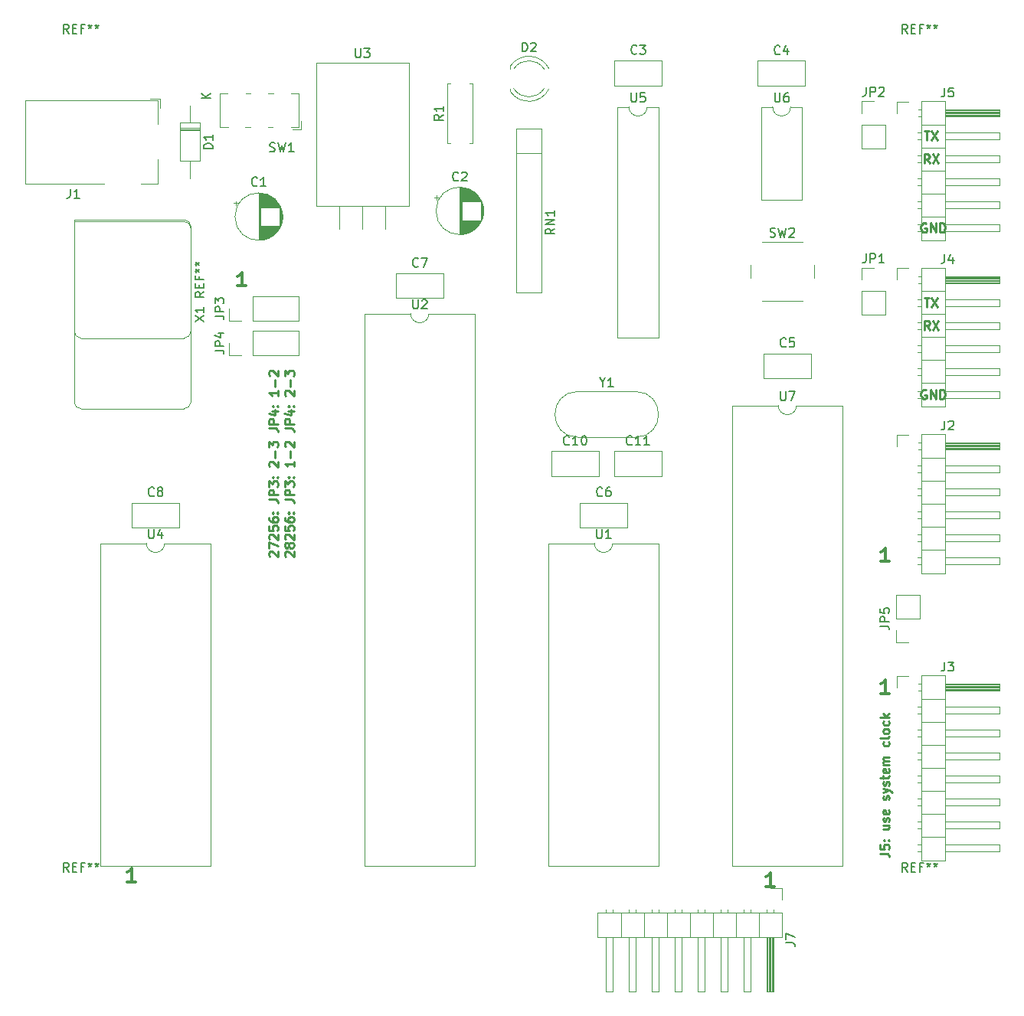
<source format=gbr>
G04 #@! TF.GenerationSoftware,KiCad,Pcbnew,(5.1.0-0)*
G04 #@! TF.CreationDate,2019-04-10T22:03:50-07:00*
G04 #@! TF.ProjectId,mini68k,6d696e69-3638-46b2-9e6b-696361645f70,v02*
G04 #@! TF.SameCoordinates,PX5c0c740PY43d3480*
G04 #@! TF.FileFunction,Legend,Top*
G04 #@! TF.FilePolarity,Positive*
%FSLAX46Y46*%
G04 Gerber Fmt 4.6, Leading zero omitted, Abs format (unit mm)*
G04 Created by KiCad (PCBNEW (5.1.0-0)) date 2019-04-10 22:03:50*
%MOMM*%
%LPD*%
G04 APERTURE LIST*
%ADD10C,0.300000*%
%ADD11C,0.250000*%
%ADD12C,0.120000*%
%ADD13C,0.150000*%
G04 APERTURE END LIST*
D10*
X72818571Y-86784571D02*
X71961428Y-86784571D01*
X72390000Y-86784571D02*
X72390000Y-85284571D01*
X72247142Y-85498857D01*
X72104285Y-85641714D01*
X71961428Y-85713142D01*
X2206571Y-86276571D02*
X1349428Y-86276571D01*
X1778000Y-86276571D02*
X1778000Y-84776571D01*
X1635142Y-84990857D01*
X1492285Y-85133714D01*
X1349428Y-85205142D01*
D11*
X84542380Y-83112619D02*
X85256666Y-83112619D01*
X85399523Y-83160238D01*
X85494761Y-83255476D01*
X85542380Y-83398333D01*
X85542380Y-83493571D01*
X84542380Y-82160238D02*
X84542380Y-82636428D01*
X85018571Y-82684047D01*
X84970952Y-82636428D01*
X84923333Y-82541190D01*
X84923333Y-82303095D01*
X84970952Y-82207857D01*
X85018571Y-82160238D01*
X85113809Y-82112619D01*
X85351904Y-82112619D01*
X85447142Y-82160238D01*
X85494761Y-82207857D01*
X85542380Y-82303095D01*
X85542380Y-82541190D01*
X85494761Y-82636428D01*
X85447142Y-82684047D01*
X85447142Y-81684047D02*
X85494761Y-81636428D01*
X85542380Y-81684047D01*
X85494761Y-81731666D01*
X85447142Y-81684047D01*
X85542380Y-81684047D01*
X84923333Y-81684047D02*
X84970952Y-81636428D01*
X85018571Y-81684047D01*
X84970952Y-81731666D01*
X84923333Y-81684047D01*
X85018571Y-81684047D01*
X84875714Y-80017380D02*
X85542380Y-80017380D01*
X84875714Y-80445952D02*
X85399523Y-80445952D01*
X85494761Y-80398333D01*
X85542380Y-80303095D01*
X85542380Y-80160238D01*
X85494761Y-80065000D01*
X85447142Y-80017380D01*
X85494761Y-79588809D02*
X85542380Y-79493571D01*
X85542380Y-79303095D01*
X85494761Y-79207857D01*
X85399523Y-79160238D01*
X85351904Y-79160238D01*
X85256666Y-79207857D01*
X85209047Y-79303095D01*
X85209047Y-79445952D01*
X85161428Y-79541190D01*
X85066190Y-79588809D01*
X85018571Y-79588809D01*
X84923333Y-79541190D01*
X84875714Y-79445952D01*
X84875714Y-79303095D01*
X84923333Y-79207857D01*
X85494761Y-78350714D02*
X85542380Y-78445952D01*
X85542380Y-78636428D01*
X85494761Y-78731666D01*
X85399523Y-78779285D01*
X85018571Y-78779285D01*
X84923333Y-78731666D01*
X84875714Y-78636428D01*
X84875714Y-78445952D01*
X84923333Y-78350714D01*
X85018571Y-78303095D01*
X85113809Y-78303095D01*
X85209047Y-78779285D01*
X85494761Y-77160238D02*
X85542380Y-77065000D01*
X85542380Y-76874523D01*
X85494761Y-76779285D01*
X85399523Y-76731666D01*
X85351904Y-76731666D01*
X85256666Y-76779285D01*
X85209047Y-76874523D01*
X85209047Y-77017380D01*
X85161428Y-77112619D01*
X85066190Y-77160238D01*
X85018571Y-77160238D01*
X84923333Y-77112619D01*
X84875714Y-77017380D01*
X84875714Y-76874523D01*
X84923333Y-76779285D01*
X84875714Y-76398333D02*
X85542380Y-76160238D01*
X84875714Y-75922142D02*
X85542380Y-76160238D01*
X85780476Y-76255476D01*
X85828095Y-76303095D01*
X85875714Y-76398333D01*
X85494761Y-75588809D02*
X85542380Y-75493571D01*
X85542380Y-75303095D01*
X85494761Y-75207857D01*
X85399523Y-75160238D01*
X85351904Y-75160238D01*
X85256666Y-75207857D01*
X85209047Y-75303095D01*
X85209047Y-75445952D01*
X85161428Y-75541190D01*
X85066190Y-75588809D01*
X85018571Y-75588809D01*
X84923333Y-75541190D01*
X84875714Y-75445952D01*
X84875714Y-75303095D01*
X84923333Y-75207857D01*
X84875714Y-74874523D02*
X84875714Y-74493571D01*
X84542380Y-74731666D02*
X85399523Y-74731666D01*
X85494761Y-74684047D01*
X85542380Y-74588809D01*
X85542380Y-74493571D01*
X85494761Y-73779285D02*
X85542380Y-73874523D01*
X85542380Y-74065000D01*
X85494761Y-74160238D01*
X85399523Y-74207857D01*
X85018571Y-74207857D01*
X84923333Y-74160238D01*
X84875714Y-74065000D01*
X84875714Y-73874523D01*
X84923333Y-73779285D01*
X85018571Y-73731666D01*
X85113809Y-73731666D01*
X85209047Y-74207857D01*
X85542380Y-73303095D02*
X84875714Y-73303095D01*
X84970952Y-73303095D02*
X84923333Y-73255476D01*
X84875714Y-73160238D01*
X84875714Y-73017380D01*
X84923333Y-72922142D01*
X85018571Y-72874523D01*
X85542380Y-72874523D01*
X85018571Y-72874523D02*
X84923333Y-72826904D01*
X84875714Y-72731666D01*
X84875714Y-72588809D01*
X84923333Y-72493571D01*
X85018571Y-72445952D01*
X85542380Y-72445952D01*
X85494761Y-70779285D02*
X85542380Y-70874523D01*
X85542380Y-71065000D01*
X85494761Y-71160238D01*
X85447142Y-71207857D01*
X85351904Y-71255476D01*
X85066190Y-71255476D01*
X84970952Y-71207857D01*
X84923333Y-71160238D01*
X84875714Y-71065000D01*
X84875714Y-70874523D01*
X84923333Y-70779285D01*
X85542380Y-70207857D02*
X85494761Y-70303095D01*
X85399523Y-70350714D01*
X84542380Y-70350714D01*
X85542380Y-69684047D02*
X85494761Y-69779285D01*
X85447142Y-69826904D01*
X85351904Y-69874523D01*
X85066190Y-69874523D01*
X84970952Y-69826904D01*
X84923333Y-69779285D01*
X84875714Y-69684047D01*
X84875714Y-69541190D01*
X84923333Y-69445952D01*
X84970952Y-69398333D01*
X85066190Y-69350714D01*
X85351904Y-69350714D01*
X85447142Y-69398333D01*
X85494761Y-69445952D01*
X85542380Y-69541190D01*
X85542380Y-69684047D01*
X85494761Y-68493571D02*
X85542380Y-68588809D01*
X85542380Y-68779285D01*
X85494761Y-68874523D01*
X85447142Y-68922142D01*
X85351904Y-68969761D01*
X85066190Y-68969761D01*
X84970952Y-68922142D01*
X84923333Y-68874523D01*
X84875714Y-68779285D01*
X84875714Y-68588809D01*
X84923333Y-68493571D01*
X85542380Y-68065000D02*
X84542380Y-68065000D01*
X85161428Y-67969761D02*
X85542380Y-67684047D01*
X84875714Y-67684047D02*
X85256666Y-68065000D01*
X89626785Y-13470000D02*
X89531547Y-13422380D01*
X89388690Y-13422380D01*
X89245833Y-13470000D01*
X89150595Y-13565238D01*
X89102976Y-13660476D01*
X89055357Y-13850952D01*
X89055357Y-13993809D01*
X89102976Y-14184285D01*
X89150595Y-14279523D01*
X89245833Y-14374761D01*
X89388690Y-14422380D01*
X89483928Y-14422380D01*
X89626785Y-14374761D01*
X89674404Y-14327142D01*
X89674404Y-13993809D01*
X89483928Y-13993809D01*
X90102976Y-14422380D02*
X90102976Y-13422380D01*
X90674404Y-14422380D01*
X90674404Y-13422380D01*
X91150595Y-14422380D02*
X91150595Y-13422380D01*
X91388690Y-13422380D01*
X91531547Y-13470000D01*
X91626785Y-13565238D01*
X91674404Y-13660476D01*
X91722023Y-13850952D01*
X91722023Y-13993809D01*
X91674404Y-14184285D01*
X91626785Y-14279523D01*
X91531547Y-14374761D01*
X91388690Y-14422380D01*
X91150595Y-14422380D01*
X90003333Y-6802380D02*
X89670000Y-6326190D01*
X89431904Y-6802380D02*
X89431904Y-5802380D01*
X89812857Y-5802380D01*
X89908095Y-5850000D01*
X89955714Y-5897619D01*
X90003333Y-5992857D01*
X90003333Y-6135714D01*
X89955714Y-6230952D01*
X89908095Y-6278571D01*
X89812857Y-6326190D01*
X89431904Y-6326190D01*
X90336666Y-5802380D02*
X91003333Y-6802380D01*
X91003333Y-5802380D02*
X90336666Y-6802380D01*
X89408095Y-3262380D02*
X89979523Y-3262380D01*
X89693809Y-4262380D02*
X89693809Y-3262380D01*
X90217619Y-3262380D02*
X90884285Y-4262380D01*
X90884285Y-3262380D02*
X90217619Y-4262380D01*
X89626785Y-31885000D02*
X89531547Y-31837380D01*
X89388690Y-31837380D01*
X89245833Y-31885000D01*
X89150595Y-31980238D01*
X89102976Y-32075476D01*
X89055357Y-32265952D01*
X89055357Y-32408809D01*
X89102976Y-32599285D01*
X89150595Y-32694523D01*
X89245833Y-32789761D01*
X89388690Y-32837380D01*
X89483928Y-32837380D01*
X89626785Y-32789761D01*
X89674404Y-32742142D01*
X89674404Y-32408809D01*
X89483928Y-32408809D01*
X90102976Y-32837380D02*
X90102976Y-31837380D01*
X90674404Y-32837380D01*
X90674404Y-31837380D01*
X91150595Y-32837380D02*
X91150595Y-31837380D01*
X91388690Y-31837380D01*
X91531547Y-31885000D01*
X91626785Y-31980238D01*
X91674404Y-32075476D01*
X91722023Y-32265952D01*
X91722023Y-32408809D01*
X91674404Y-32599285D01*
X91626785Y-32694523D01*
X91531547Y-32789761D01*
X91388690Y-32837380D01*
X91150595Y-32837380D01*
X90003333Y-25217380D02*
X89670000Y-24741190D01*
X89431904Y-25217380D02*
X89431904Y-24217380D01*
X89812857Y-24217380D01*
X89908095Y-24265000D01*
X89955714Y-24312619D01*
X90003333Y-24407857D01*
X90003333Y-24550714D01*
X89955714Y-24645952D01*
X89908095Y-24693571D01*
X89812857Y-24741190D01*
X89431904Y-24741190D01*
X90336666Y-24217380D02*
X91003333Y-25217380D01*
X91003333Y-24217380D02*
X90336666Y-25217380D01*
X89408095Y-21677380D02*
X89979523Y-21677380D01*
X89693809Y-22677380D02*
X89693809Y-21677380D01*
X90217619Y-21677380D02*
X90884285Y-22677380D01*
X90884285Y-21677380D02*
X90217619Y-22677380D01*
D10*
X85518571Y-50843571D02*
X84661428Y-50843571D01*
X85090000Y-50843571D02*
X85090000Y-49343571D01*
X84947142Y-49557857D01*
X84804285Y-49700714D01*
X84661428Y-49772142D01*
X85518571Y-65448571D02*
X84661428Y-65448571D01*
X85090000Y-65448571D02*
X85090000Y-63948571D01*
X84947142Y-64162857D01*
X84804285Y-64305714D01*
X84661428Y-64377142D01*
D11*
X17087619Y-50290714D02*
X17040000Y-50243095D01*
X16992380Y-50147857D01*
X16992380Y-49909761D01*
X17040000Y-49814523D01*
X17087619Y-49766904D01*
X17182857Y-49719285D01*
X17278095Y-49719285D01*
X17420952Y-49766904D01*
X17992380Y-50338333D01*
X17992380Y-49719285D01*
X16992380Y-49385952D02*
X16992380Y-48719285D01*
X17992380Y-49147857D01*
X17087619Y-48385952D02*
X17040000Y-48338333D01*
X16992380Y-48243095D01*
X16992380Y-48005000D01*
X17040000Y-47909761D01*
X17087619Y-47862142D01*
X17182857Y-47814523D01*
X17278095Y-47814523D01*
X17420952Y-47862142D01*
X17992380Y-48433571D01*
X17992380Y-47814523D01*
X16992380Y-46909761D02*
X16992380Y-47385952D01*
X17468571Y-47433571D01*
X17420952Y-47385952D01*
X17373333Y-47290714D01*
X17373333Y-47052619D01*
X17420952Y-46957380D01*
X17468571Y-46909761D01*
X17563809Y-46862142D01*
X17801904Y-46862142D01*
X17897142Y-46909761D01*
X17944761Y-46957380D01*
X17992380Y-47052619D01*
X17992380Y-47290714D01*
X17944761Y-47385952D01*
X17897142Y-47433571D01*
X16992380Y-46005000D02*
X16992380Y-46195476D01*
X17040000Y-46290714D01*
X17087619Y-46338333D01*
X17230476Y-46433571D01*
X17420952Y-46481190D01*
X17801904Y-46481190D01*
X17897142Y-46433571D01*
X17944761Y-46385952D01*
X17992380Y-46290714D01*
X17992380Y-46100238D01*
X17944761Y-46005000D01*
X17897142Y-45957380D01*
X17801904Y-45909761D01*
X17563809Y-45909761D01*
X17468571Y-45957380D01*
X17420952Y-46005000D01*
X17373333Y-46100238D01*
X17373333Y-46290714D01*
X17420952Y-46385952D01*
X17468571Y-46433571D01*
X17563809Y-46481190D01*
X17897142Y-45481190D02*
X17944761Y-45433571D01*
X17992380Y-45481190D01*
X17944761Y-45528809D01*
X17897142Y-45481190D01*
X17992380Y-45481190D01*
X17373333Y-45481190D02*
X17420952Y-45433571D01*
X17468571Y-45481190D01*
X17420952Y-45528809D01*
X17373333Y-45481190D01*
X17468571Y-45481190D01*
X16992380Y-43957380D02*
X17706666Y-43957380D01*
X17849523Y-44005000D01*
X17944761Y-44100238D01*
X17992380Y-44243095D01*
X17992380Y-44338333D01*
X17992380Y-43481190D02*
X16992380Y-43481190D01*
X16992380Y-43100238D01*
X17040000Y-43005000D01*
X17087619Y-42957380D01*
X17182857Y-42909761D01*
X17325714Y-42909761D01*
X17420952Y-42957380D01*
X17468571Y-43005000D01*
X17516190Y-43100238D01*
X17516190Y-43481190D01*
X16992380Y-42576428D02*
X16992380Y-41957380D01*
X17373333Y-42290714D01*
X17373333Y-42147857D01*
X17420952Y-42052619D01*
X17468571Y-42005000D01*
X17563809Y-41957380D01*
X17801904Y-41957380D01*
X17897142Y-42005000D01*
X17944761Y-42052619D01*
X17992380Y-42147857D01*
X17992380Y-42433571D01*
X17944761Y-42528809D01*
X17897142Y-42576428D01*
X17897142Y-41528809D02*
X17944761Y-41481190D01*
X17992380Y-41528809D01*
X17944761Y-41576428D01*
X17897142Y-41528809D01*
X17992380Y-41528809D01*
X17373333Y-41528809D02*
X17420952Y-41481190D01*
X17468571Y-41528809D01*
X17420952Y-41576428D01*
X17373333Y-41528809D01*
X17468571Y-41528809D01*
X17087619Y-40338333D02*
X17040000Y-40290714D01*
X16992380Y-40195476D01*
X16992380Y-39957380D01*
X17040000Y-39862142D01*
X17087619Y-39814523D01*
X17182857Y-39766904D01*
X17278095Y-39766904D01*
X17420952Y-39814523D01*
X17992380Y-40385952D01*
X17992380Y-39766904D01*
X17611428Y-39338333D02*
X17611428Y-38576428D01*
X16992380Y-38195476D02*
X16992380Y-37576428D01*
X17373333Y-37909761D01*
X17373333Y-37766904D01*
X17420952Y-37671666D01*
X17468571Y-37624047D01*
X17563809Y-37576428D01*
X17801904Y-37576428D01*
X17897142Y-37624047D01*
X17944761Y-37671666D01*
X17992380Y-37766904D01*
X17992380Y-38052619D01*
X17944761Y-38147857D01*
X17897142Y-38195476D01*
X16992380Y-36100238D02*
X17706666Y-36100238D01*
X17849523Y-36147857D01*
X17944761Y-36243095D01*
X17992380Y-36385952D01*
X17992380Y-36481190D01*
X17992380Y-35624047D02*
X16992380Y-35624047D01*
X16992380Y-35243095D01*
X17040000Y-35147857D01*
X17087619Y-35100238D01*
X17182857Y-35052619D01*
X17325714Y-35052619D01*
X17420952Y-35100238D01*
X17468571Y-35147857D01*
X17516190Y-35243095D01*
X17516190Y-35624047D01*
X17325714Y-34195476D02*
X17992380Y-34195476D01*
X16944761Y-34433571D02*
X17659047Y-34671666D01*
X17659047Y-34052619D01*
X17897142Y-33671666D02*
X17944761Y-33624047D01*
X17992380Y-33671666D01*
X17944761Y-33719285D01*
X17897142Y-33671666D01*
X17992380Y-33671666D01*
X17373333Y-33671666D02*
X17420952Y-33624047D01*
X17468571Y-33671666D01*
X17420952Y-33719285D01*
X17373333Y-33671666D01*
X17468571Y-33671666D01*
X17992380Y-31909761D02*
X17992380Y-32481190D01*
X17992380Y-32195476D02*
X16992380Y-32195476D01*
X17135238Y-32290714D01*
X17230476Y-32385952D01*
X17278095Y-32481190D01*
X17611428Y-31481190D02*
X17611428Y-30719285D01*
X17087619Y-30290714D02*
X17040000Y-30243095D01*
X16992380Y-30147857D01*
X16992380Y-29909761D01*
X17040000Y-29814523D01*
X17087619Y-29766904D01*
X17182857Y-29719285D01*
X17278095Y-29719285D01*
X17420952Y-29766904D01*
X17992380Y-30338333D01*
X17992380Y-29719285D01*
X18837619Y-50290714D02*
X18790000Y-50243095D01*
X18742380Y-50147857D01*
X18742380Y-49909761D01*
X18790000Y-49814523D01*
X18837619Y-49766904D01*
X18932857Y-49719285D01*
X19028095Y-49719285D01*
X19170952Y-49766904D01*
X19742380Y-50338333D01*
X19742380Y-49719285D01*
X19170952Y-49147857D02*
X19123333Y-49243095D01*
X19075714Y-49290714D01*
X18980476Y-49338333D01*
X18932857Y-49338333D01*
X18837619Y-49290714D01*
X18790000Y-49243095D01*
X18742380Y-49147857D01*
X18742380Y-48957380D01*
X18790000Y-48862142D01*
X18837619Y-48814523D01*
X18932857Y-48766904D01*
X18980476Y-48766904D01*
X19075714Y-48814523D01*
X19123333Y-48862142D01*
X19170952Y-48957380D01*
X19170952Y-49147857D01*
X19218571Y-49243095D01*
X19266190Y-49290714D01*
X19361428Y-49338333D01*
X19551904Y-49338333D01*
X19647142Y-49290714D01*
X19694761Y-49243095D01*
X19742380Y-49147857D01*
X19742380Y-48957380D01*
X19694761Y-48862142D01*
X19647142Y-48814523D01*
X19551904Y-48766904D01*
X19361428Y-48766904D01*
X19266190Y-48814523D01*
X19218571Y-48862142D01*
X19170952Y-48957380D01*
X18837619Y-48385952D02*
X18790000Y-48338333D01*
X18742380Y-48243095D01*
X18742380Y-48005000D01*
X18790000Y-47909761D01*
X18837619Y-47862142D01*
X18932857Y-47814523D01*
X19028095Y-47814523D01*
X19170952Y-47862142D01*
X19742380Y-48433571D01*
X19742380Y-47814523D01*
X18742380Y-46909761D02*
X18742380Y-47385952D01*
X19218571Y-47433571D01*
X19170952Y-47385952D01*
X19123333Y-47290714D01*
X19123333Y-47052619D01*
X19170952Y-46957380D01*
X19218571Y-46909761D01*
X19313809Y-46862142D01*
X19551904Y-46862142D01*
X19647142Y-46909761D01*
X19694761Y-46957380D01*
X19742380Y-47052619D01*
X19742380Y-47290714D01*
X19694761Y-47385952D01*
X19647142Y-47433571D01*
X18742380Y-46005000D02*
X18742380Y-46195476D01*
X18790000Y-46290714D01*
X18837619Y-46338333D01*
X18980476Y-46433571D01*
X19170952Y-46481190D01*
X19551904Y-46481190D01*
X19647142Y-46433571D01*
X19694761Y-46385952D01*
X19742380Y-46290714D01*
X19742380Y-46100238D01*
X19694761Y-46005000D01*
X19647142Y-45957380D01*
X19551904Y-45909761D01*
X19313809Y-45909761D01*
X19218571Y-45957380D01*
X19170952Y-46005000D01*
X19123333Y-46100238D01*
X19123333Y-46290714D01*
X19170952Y-46385952D01*
X19218571Y-46433571D01*
X19313809Y-46481190D01*
X19647142Y-45481190D02*
X19694761Y-45433571D01*
X19742380Y-45481190D01*
X19694761Y-45528809D01*
X19647142Y-45481190D01*
X19742380Y-45481190D01*
X19123333Y-45481190D02*
X19170952Y-45433571D01*
X19218571Y-45481190D01*
X19170952Y-45528809D01*
X19123333Y-45481190D01*
X19218571Y-45481190D01*
X18742380Y-43957380D02*
X19456666Y-43957380D01*
X19599523Y-44005000D01*
X19694761Y-44100238D01*
X19742380Y-44243095D01*
X19742380Y-44338333D01*
X19742380Y-43481190D02*
X18742380Y-43481190D01*
X18742380Y-43100238D01*
X18790000Y-43005000D01*
X18837619Y-42957380D01*
X18932857Y-42909761D01*
X19075714Y-42909761D01*
X19170952Y-42957380D01*
X19218571Y-43005000D01*
X19266190Y-43100238D01*
X19266190Y-43481190D01*
X18742380Y-42576428D02*
X18742380Y-41957380D01*
X19123333Y-42290714D01*
X19123333Y-42147857D01*
X19170952Y-42052619D01*
X19218571Y-42005000D01*
X19313809Y-41957380D01*
X19551904Y-41957380D01*
X19647142Y-42005000D01*
X19694761Y-42052619D01*
X19742380Y-42147857D01*
X19742380Y-42433571D01*
X19694761Y-42528809D01*
X19647142Y-42576428D01*
X19647142Y-41528809D02*
X19694761Y-41481190D01*
X19742380Y-41528809D01*
X19694761Y-41576428D01*
X19647142Y-41528809D01*
X19742380Y-41528809D01*
X19123333Y-41528809D02*
X19170952Y-41481190D01*
X19218571Y-41528809D01*
X19170952Y-41576428D01*
X19123333Y-41528809D01*
X19218571Y-41528809D01*
X19742380Y-39766904D02*
X19742380Y-40338333D01*
X19742380Y-40052619D02*
X18742380Y-40052619D01*
X18885238Y-40147857D01*
X18980476Y-40243095D01*
X19028095Y-40338333D01*
X19361428Y-39338333D02*
X19361428Y-38576428D01*
X18837619Y-38147857D02*
X18790000Y-38100238D01*
X18742380Y-38005000D01*
X18742380Y-37766904D01*
X18790000Y-37671666D01*
X18837619Y-37624047D01*
X18932857Y-37576428D01*
X19028095Y-37576428D01*
X19170952Y-37624047D01*
X19742380Y-38195476D01*
X19742380Y-37576428D01*
X18742380Y-36100238D02*
X19456666Y-36100238D01*
X19599523Y-36147857D01*
X19694761Y-36243095D01*
X19742380Y-36385952D01*
X19742380Y-36481190D01*
X19742380Y-35624047D02*
X18742380Y-35624047D01*
X18742380Y-35243095D01*
X18790000Y-35147857D01*
X18837619Y-35100238D01*
X18932857Y-35052619D01*
X19075714Y-35052619D01*
X19170952Y-35100238D01*
X19218571Y-35147857D01*
X19266190Y-35243095D01*
X19266190Y-35624047D01*
X19075714Y-34195476D02*
X19742380Y-34195476D01*
X18694761Y-34433571D02*
X19409047Y-34671666D01*
X19409047Y-34052619D01*
X19647142Y-33671666D02*
X19694761Y-33624047D01*
X19742380Y-33671666D01*
X19694761Y-33719285D01*
X19647142Y-33671666D01*
X19742380Y-33671666D01*
X19123333Y-33671666D02*
X19170952Y-33624047D01*
X19218571Y-33671666D01*
X19170952Y-33719285D01*
X19123333Y-33671666D01*
X19218571Y-33671666D01*
X18837619Y-32481190D02*
X18790000Y-32433571D01*
X18742380Y-32338333D01*
X18742380Y-32100238D01*
X18790000Y-32005000D01*
X18837619Y-31957380D01*
X18932857Y-31909761D01*
X19028095Y-31909761D01*
X19170952Y-31957380D01*
X19742380Y-32528809D01*
X19742380Y-31909761D01*
X19361428Y-31481190D02*
X19361428Y-30719285D01*
X18742380Y-30338333D02*
X18742380Y-29719285D01*
X19123333Y-30052619D01*
X19123333Y-29909761D01*
X19170952Y-29814523D01*
X19218571Y-29766904D01*
X19313809Y-29719285D01*
X19551904Y-29719285D01*
X19647142Y-29766904D01*
X19694761Y-29814523D01*
X19742380Y-29909761D01*
X19742380Y-30195476D01*
X19694761Y-30290714D01*
X19647142Y-30338333D01*
D10*
X14398571Y-20363571D02*
X13541428Y-20363571D01*
X13970000Y-20363571D02*
X13970000Y-18863571D01*
X13827142Y-19077857D01*
X13684285Y-19220714D01*
X13541428Y-19292142D01*
D12*
X73660000Y-86995000D02*
X73660000Y-88265000D01*
X72390000Y-86995000D02*
X73660000Y-86995000D01*
X54230000Y-89307929D02*
X54230000Y-89705000D01*
X54990000Y-89307929D02*
X54990000Y-89705000D01*
X54230000Y-98365000D02*
X54230000Y-92365000D01*
X54990000Y-98365000D02*
X54230000Y-98365000D01*
X54990000Y-92365000D02*
X54990000Y-98365000D01*
X55880000Y-89705000D02*
X55880000Y-92365000D01*
X56770000Y-89307929D02*
X56770000Y-89705000D01*
X57530000Y-89307929D02*
X57530000Y-89705000D01*
X56770000Y-98365000D02*
X56770000Y-92365000D01*
X57530000Y-98365000D02*
X56770000Y-98365000D01*
X57530000Y-92365000D02*
X57530000Y-98365000D01*
X58420000Y-89705000D02*
X58420000Y-92365000D01*
X59310000Y-89307929D02*
X59310000Y-89705000D01*
X60070000Y-89307929D02*
X60070000Y-89705000D01*
X59310000Y-98365000D02*
X59310000Y-92365000D01*
X60070000Y-98365000D02*
X59310000Y-98365000D01*
X60070000Y-92365000D02*
X60070000Y-98365000D01*
X60960000Y-89705000D02*
X60960000Y-92365000D01*
X61850000Y-89307929D02*
X61850000Y-89705000D01*
X62610000Y-89307929D02*
X62610000Y-89705000D01*
X61850000Y-98365000D02*
X61850000Y-92365000D01*
X62610000Y-98365000D02*
X61850000Y-98365000D01*
X62610000Y-92365000D02*
X62610000Y-98365000D01*
X63500000Y-89705000D02*
X63500000Y-92365000D01*
X64390000Y-89307929D02*
X64390000Y-89705000D01*
X65150000Y-89307929D02*
X65150000Y-89705000D01*
X64390000Y-98365000D02*
X64390000Y-92365000D01*
X65150000Y-98365000D02*
X64390000Y-98365000D01*
X65150000Y-92365000D02*
X65150000Y-98365000D01*
X66040000Y-89705000D02*
X66040000Y-92365000D01*
X66930000Y-89307929D02*
X66930000Y-89705000D01*
X67690000Y-89307929D02*
X67690000Y-89705000D01*
X66930000Y-98365000D02*
X66930000Y-92365000D01*
X67690000Y-98365000D02*
X66930000Y-98365000D01*
X67690000Y-92365000D02*
X67690000Y-98365000D01*
X68580000Y-89705000D02*
X68580000Y-92365000D01*
X69470000Y-89307929D02*
X69470000Y-89705000D01*
X70230000Y-89307929D02*
X70230000Y-89705000D01*
X69470000Y-98365000D02*
X69470000Y-92365000D01*
X70230000Y-98365000D02*
X69470000Y-98365000D01*
X70230000Y-92365000D02*
X70230000Y-98365000D01*
X71120000Y-89705000D02*
X71120000Y-92365000D01*
X72010000Y-89375000D02*
X72010000Y-89705000D01*
X72770000Y-89375000D02*
X72770000Y-89705000D01*
X72110000Y-92365000D02*
X72110000Y-98365000D01*
X72230000Y-92365000D02*
X72230000Y-98365000D01*
X72350000Y-92365000D02*
X72350000Y-98365000D01*
X72470000Y-92365000D02*
X72470000Y-98365000D01*
X72590000Y-92365000D02*
X72590000Y-98365000D01*
X72710000Y-92365000D02*
X72710000Y-98365000D01*
X72010000Y-98365000D02*
X72010000Y-92365000D01*
X72770000Y-98365000D02*
X72010000Y-98365000D01*
X72770000Y-92365000D02*
X72770000Y-98365000D01*
X73720000Y-92365000D02*
X73720000Y-89705000D01*
X53280000Y-92365000D02*
X73720000Y-92365000D01*
X53280000Y-89705000D02*
X53280000Y-92365000D01*
X73720000Y-89705000D02*
X53280000Y-89705000D01*
X86360000Y-36830000D02*
X87630000Y-36830000D01*
X86360000Y-38100000D02*
X86360000Y-36830000D01*
X88672929Y-51180000D02*
X89070000Y-51180000D01*
X88672929Y-50420000D02*
X89070000Y-50420000D01*
X97730000Y-51180000D02*
X91730000Y-51180000D01*
X97730000Y-50420000D02*
X97730000Y-51180000D01*
X91730000Y-50420000D02*
X97730000Y-50420000D01*
X89070000Y-49530000D02*
X91730000Y-49530000D01*
X88672929Y-48640000D02*
X89070000Y-48640000D01*
X88672929Y-47880000D02*
X89070000Y-47880000D01*
X97730000Y-48640000D02*
X91730000Y-48640000D01*
X97730000Y-47880000D02*
X97730000Y-48640000D01*
X91730000Y-47880000D02*
X97730000Y-47880000D01*
X89070000Y-46990000D02*
X91730000Y-46990000D01*
X88672929Y-46100000D02*
X89070000Y-46100000D01*
X88672929Y-45340000D02*
X89070000Y-45340000D01*
X97730000Y-46100000D02*
X91730000Y-46100000D01*
X97730000Y-45340000D02*
X97730000Y-46100000D01*
X91730000Y-45340000D02*
X97730000Y-45340000D01*
X89070000Y-44450000D02*
X91730000Y-44450000D01*
X88672929Y-43560000D02*
X89070000Y-43560000D01*
X88672929Y-42800000D02*
X89070000Y-42800000D01*
X97730000Y-43560000D02*
X91730000Y-43560000D01*
X97730000Y-42800000D02*
X97730000Y-43560000D01*
X91730000Y-42800000D02*
X97730000Y-42800000D01*
X89070000Y-41910000D02*
X91730000Y-41910000D01*
X88672929Y-41020000D02*
X89070000Y-41020000D01*
X88672929Y-40260000D02*
X89070000Y-40260000D01*
X97730000Y-41020000D02*
X91730000Y-41020000D01*
X97730000Y-40260000D02*
X97730000Y-41020000D01*
X91730000Y-40260000D02*
X97730000Y-40260000D01*
X89070000Y-39370000D02*
X91730000Y-39370000D01*
X88740000Y-38480000D02*
X89070000Y-38480000D01*
X88740000Y-37720000D02*
X89070000Y-37720000D01*
X91730000Y-38380000D02*
X97730000Y-38380000D01*
X91730000Y-38260000D02*
X97730000Y-38260000D01*
X91730000Y-38140000D02*
X97730000Y-38140000D01*
X91730000Y-38020000D02*
X97730000Y-38020000D01*
X91730000Y-37900000D02*
X97730000Y-37900000D01*
X91730000Y-37780000D02*
X97730000Y-37780000D01*
X97730000Y-38480000D02*
X91730000Y-38480000D01*
X97730000Y-37720000D02*
X97730000Y-38480000D01*
X91730000Y-37720000D02*
X97730000Y-37720000D01*
X91730000Y-36770000D02*
X89070000Y-36770000D01*
X91730000Y-52130000D02*
X91730000Y-36770000D01*
X89070000Y-52130000D02*
X91730000Y-52130000D01*
X89070000Y-36770000D02*
X89070000Y-52130000D01*
X82490000Y-5140000D02*
X85150000Y-5140000D01*
X82490000Y-2540000D02*
X82490000Y-5140000D01*
X85150000Y-2540000D02*
X85150000Y-5140000D01*
X82490000Y-2540000D02*
X85150000Y-2540000D01*
X82490000Y-1270000D02*
X82490000Y60000D01*
X82490000Y60000D02*
X83820000Y60000D01*
X1845000Y-47090000D02*
X1845000Y-44350000D01*
X7085000Y-47090000D02*
X7085000Y-44350000D01*
X7085000Y-44350000D02*
X1845000Y-44350000D01*
X7085000Y-47090000D02*
X1845000Y-47090000D01*
X31015000Y-18950000D02*
X36255000Y-18950000D01*
X31015000Y-21690000D02*
X36255000Y-21690000D01*
X31015000Y-18950000D02*
X31015000Y-21690000D01*
X36255000Y-18950000D02*
X36255000Y-21690000D01*
X51375000Y-47090000D02*
X51375000Y-44350000D01*
X56615000Y-47090000D02*
X56615000Y-44350000D01*
X56615000Y-44350000D02*
X51375000Y-44350000D01*
X56615000Y-47090000D02*
X51375000Y-47090000D01*
X76935000Y-30580000D02*
X71695000Y-30580000D01*
X76935000Y-27840000D02*
X71695000Y-27840000D01*
X76935000Y-30580000D02*
X76935000Y-27840000D01*
X71695000Y-30580000D02*
X71695000Y-27840000D01*
X76260000Y4545000D02*
X76260000Y1805000D01*
X71020000Y4545000D02*
X71020000Y1805000D01*
X71020000Y1805000D02*
X76260000Y1805000D01*
X71020000Y4545000D02*
X76260000Y4545000D01*
X60425000Y1805000D02*
X55185000Y1805000D01*
X60425000Y4545000D02*
X55185000Y4545000D01*
X60425000Y1805000D02*
X60425000Y4545000D01*
X55185000Y1805000D02*
X55185000Y4545000D01*
X58785000Y-575000D02*
G75*
G02X56785000Y-575000I-1000000J0D01*
G01*
X56785000Y-575000D02*
X55535000Y-575000D01*
X55535000Y-575000D02*
X55535000Y-26095000D01*
X55535000Y-26095000D02*
X60035000Y-26095000D01*
X60035000Y-26095000D02*
X60035000Y-575000D01*
X60035000Y-575000D02*
X58785000Y-575000D01*
X10505000Y-48835000D02*
X5445000Y-48835000D01*
X10505000Y-84515000D02*
X10505000Y-48835000D01*
X-1615000Y-84515000D02*
X10505000Y-84515000D01*
X-1615000Y-48835000D02*
X-1615000Y-84515000D01*
X3445000Y-48835000D02*
X-1615000Y-48835000D01*
X5445000Y-48835000D02*
G75*
G02X3445000Y-48835000I-1000000J0D01*
G01*
X54975000Y-48835000D02*
G75*
G02X52975000Y-48835000I-1000000J0D01*
G01*
X52975000Y-48835000D02*
X47915000Y-48835000D01*
X47915000Y-48835000D02*
X47915000Y-84515000D01*
X47915000Y-84515000D02*
X60035000Y-84515000D01*
X60035000Y-84515000D02*
X60035000Y-48835000D01*
X60035000Y-48835000D02*
X54975000Y-48835000D01*
X75295000Y-33595000D02*
G75*
G02X73295000Y-33595000I-1000000J0D01*
G01*
X73295000Y-33595000D02*
X68235000Y-33595000D01*
X68235000Y-33595000D02*
X68235000Y-84515000D01*
X68235000Y-84515000D02*
X80355000Y-84515000D01*
X80355000Y-84515000D02*
X80355000Y-33595000D01*
X80355000Y-33595000D02*
X75295000Y-33595000D01*
X34655000Y-23435000D02*
G75*
G02X32655000Y-23435000I-1000000J0D01*
G01*
X32655000Y-23435000D02*
X27595000Y-23435000D01*
X27595000Y-23435000D02*
X27595000Y-84515000D01*
X27595000Y-84515000D02*
X39715000Y-84515000D01*
X39715000Y-84515000D02*
X39715000Y-23435000D01*
X39715000Y-23435000D02*
X34655000Y-23435000D01*
X74660000Y-575000D02*
G75*
G02X72660000Y-575000I-1000000J0D01*
G01*
X72660000Y-575000D02*
X71410000Y-575000D01*
X71410000Y-575000D02*
X71410000Y-10855000D01*
X71410000Y-10855000D02*
X75910000Y-10855000D01*
X75910000Y-10855000D02*
X75910000Y-575000D01*
X75910000Y-575000D02*
X74660000Y-575000D01*
X4910000Y-695000D02*
X4910000Y355000D01*
X3860000Y355000D02*
X4910000Y355000D01*
X-1190000Y-9045000D02*
X-9990000Y-9045000D01*
X-9990000Y-9045000D02*
X-9990000Y155000D01*
X4710000Y-6345000D02*
X4710000Y-9045000D01*
X4710000Y-9045000D02*
X2810000Y-9045000D01*
X-9990000Y155000D02*
X4710000Y155000D01*
X4710000Y155000D02*
X4710000Y-2445000D01*
X82490000Y-23555000D02*
X85150000Y-23555000D01*
X82490000Y-20955000D02*
X82490000Y-23555000D01*
X85150000Y-20955000D02*
X85150000Y-23555000D01*
X82490000Y-20955000D02*
X85150000Y-20955000D01*
X82490000Y-19685000D02*
X82490000Y-18355000D01*
X82490000Y-18355000D02*
X83820000Y-18355000D01*
X22185000Y-11550000D02*
X32425000Y-11550000D01*
X22185000Y4340000D02*
X32425000Y4340000D01*
X22185000Y4340000D02*
X22185000Y-11550000D01*
X32425000Y4340000D02*
X32425000Y-11550000D01*
X24765000Y-11550000D02*
X24765000Y-14090000D01*
X27305000Y-11550000D02*
X27305000Y-14090000D01*
X29845000Y-11550000D02*
X29845000Y-14090000D01*
X7605000Y-13045000D02*
X-4545000Y-13045000D01*
X8355000Y-33195000D02*
X8355000Y-13795000D01*
X-3795000Y-33945000D02*
X7605000Y-33945000D01*
X-4545000Y-13045000D02*
X-4545000Y-33195000D01*
X-4545000Y-33195000D02*
G75*
G03X-3795000Y-33945000I750000J0D01*
G01*
X7605000Y-33945000D02*
G75*
G03X8355000Y-33195000I0J750000D01*
G01*
X8355000Y-13795000D02*
G75*
G03X7605000Y-13045000I-750000J0D01*
G01*
X13300225Y-10975000D02*
X13300225Y-11475000D01*
X13050225Y-11225000D02*
X13550225Y-11225000D01*
X18456000Y-12416000D02*
X18456000Y-12984000D01*
X18416000Y-12182000D02*
X18416000Y-13218000D01*
X18376000Y-12023000D02*
X18376000Y-13377000D01*
X18336000Y-11895000D02*
X18336000Y-13505000D01*
X18296000Y-11785000D02*
X18296000Y-13615000D01*
X18256000Y-11689000D02*
X18256000Y-13711000D01*
X18216000Y-11602000D02*
X18216000Y-13798000D01*
X18176000Y-11522000D02*
X18176000Y-13878000D01*
X18136000Y-13740000D02*
X18136000Y-13951000D01*
X18136000Y-11449000D02*
X18136000Y-11660000D01*
X18096000Y-13740000D02*
X18096000Y-14019000D01*
X18096000Y-11381000D02*
X18096000Y-11660000D01*
X18056000Y-13740000D02*
X18056000Y-14083000D01*
X18056000Y-11317000D02*
X18056000Y-11660000D01*
X18016000Y-13740000D02*
X18016000Y-14143000D01*
X18016000Y-11257000D02*
X18016000Y-11660000D01*
X17976000Y-13740000D02*
X17976000Y-14200000D01*
X17976000Y-11200000D02*
X17976000Y-11660000D01*
X17936000Y-13740000D02*
X17936000Y-14254000D01*
X17936000Y-11146000D02*
X17936000Y-11660000D01*
X17896000Y-13740000D02*
X17896000Y-14305000D01*
X17896000Y-11095000D02*
X17896000Y-11660000D01*
X17856000Y-13740000D02*
X17856000Y-14353000D01*
X17856000Y-11047000D02*
X17856000Y-11660000D01*
X17816000Y-13740000D02*
X17816000Y-14399000D01*
X17816000Y-11001000D02*
X17816000Y-11660000D01*
X17776000Y-13740000D02*
X17776000Y-14443000D01*
X17776000Y-10957000D02*
X17776000Y-11660000D01*
X17736000Y-13740000D02*
X17736000Y-14485000D01*
X17736000Y-10915000D02*
X17736000Y-11660000D01*
X17696000Y-13740000D02*
X17696000Y-14526000D01*
X17696000Y-10874000D02*
X17696000Y-11660000D01*
X17656000Y-13740000D02*
X17656000Y-14564000D01*
X17656000Y-10836000D02*
X17656000Y-11660000D01*
X17616000Y-13740000D02*
X17616000Y-14601000D01*
X17616000Y-10799000D02*
X17616000Y-11660000D01*
X17576000Y-13740000D02*
X17576000Y-14637000D01*
X17576000Y-10763000D02*
X17576000Y-11660000D01*
X17536000Y-13740000D02*
X17536000Y-14671000D01*
X17536000Y-10729000D02*
X17536000Y-11660000D01*
X17496000Y-13740000D02*
X17496000Y-14704000D01*
X17496000Y-10696000D02*
X17496000Y-11660000D01*
X17456000Y-13740000D02*
X17456000Y-14735000D01*
X17456000Y-10665000D02*
X17456000Y-11660000D01*
X17416000Y-13740000D02*
X17416000Y-14765000D01*
X17416000Y-10635000D02*
X17416000Y-11660000D01*
X17376000Y-13740000D02*
X17376000Y-14795000D01*
X17376000Y-10605000D02*
X17376000Y-11660000D01*
X17336000Y-13740000D02*
X17336000Y-14822000D01*
X17336000Y-10578000D02*
X17336000Y-11660000D01*
X17296000Y-13740000D02*
X17296000Y-14849000D01*
X17296000Y-10551000D02*
X17296000Y-11660000D01*
X17256000Y-13740000D02*
X17256000Y-14875000D01*
X17256000Y-10525000D02*
X17256000Y-11660000D01*
X17216000Y-13740000D02*
X17216000Y-14900000D01*
X17216000Y-10500000D02*
X17216000Y-11660000D01*
X17176000Y-13740000D02*
X17176000Y-14924000D01*
X17176000Y-10476000D02*
X17176000Y-11660000D01*
X17136000Y-13740000D02*
X17136000Y-14947000D01*
X17136000Y-10453000D02*
X17136000Y-11660000D01*
X17096000Y-13740000D02*
X17096000Y-14968000D01*
X17096000Y-10432000D02*
X17096000Y-11660000D01*
X17056000Y-13740000D02*
X17056000Y-14990000D01*
X17056000Y-10410000D02*
X17056000Y-11660000D01*
X17016000Y-13740000D02*
X17016000Y-15010000D01*
X17016000Y-10390000D02*
X17016000Y-11660000D01*
X16976000Y-13740000D02*
X16976000Y-15029000D01*
X16976000Y-10371000D02*
X16976000Y-11660000D01*
X16936000Y-13740000D02*
X16936000Y-15048000D01*
X16936000Y-10352000D02*
X16936000Y-11660000D01*
X16896000Y-13740000D02*
X16896000Y-15065000D01*
X16896000Y-10335000D02*
X16896000Y-11660000D01*
X16856000Y-13740000D02*
X16856000Y-15082000D01*
X16856000Y-10318000D02*
X16856000Y-11660000D01*
X16816000Y-13740000D02*
X16816000Y-15098000D01*
X16816000Y-10302000D02*
X16816000Y-11660000D01*
X16776000Y-13740000D02*
X16776000Y-15114000D01*
X16776000Y-10286000D02*
X16776000Y-11660000D01*
X16736000Y-13740000D02*
X16736000Y-15128000D01*
X16736000Y-10272000D02*
X16736000Y-11660000D01*
X16696000Y-13740000D02*
X16696000Y-15142000D01*
X16696000Y-10258000D02*
X16696000Y-11660000D01*
X16656000Y-13740000D02*
X16656000Y-15155000D01*
X16656000Y-10245000D02*
X16656000Y-11660000D01*
X16616000Y-13740000D02*
X16616000Y-15168000D01*
X16616000Y-10232000D02*
X16616000Y-11660000D01*
X16576000Y-13740000D02*
X16576000Y-15180000D01*
X16576000Y-10220000D02*
X16576000Y-11660000D01*
X16535000Y-13740000D02*
X16535000Y-15191000D01*
X16535000Y-10209000D02*
X16535000Y-11660000D01*
X16495000Y-13740000D02*
X16495000Y-15201000D01*
X16495000Y-10199000D02*
X16495000Y-11660000D01*
X16455000Y-13740000D02*
X16455000Y-15211000D01*
X16455000Y-10189000D02*
X16455000Y-11660000D01*
X16415000Y-13740000D02*
X16415000Y-15220000D01*
X16415000Y-10180000D02*
X16415000Y-11660000D01*
X16375000Y-13740000D02*
X16375000Y-15228000D01*
X16375000Y-10172000D02*
X16375000Y-11660000D01*
X16335000Y-13740000D02*
X16335000Y-15236000D01*
X16335000Y-10164000D02*
X16335000Y-11660000D01*
X16295000Y-13740000D02*
X16295000Y-15243000D01*
X16295000Y-10157000D02*
X16295000Y-11660000D01*
X16255000Y-13740000D02*
X16255000Y-15250000D01*
X16255000Y-10150000D02*
X16255000Y-11660000D01*
X16215000Y-13740000D02*
X16215000Y-15256000D01*
X16215000Y-10144000D02*
X16215000Y-11660000D01*
X16175000Y-13740000D02*
X16175000Y-15261000D01*
X16175000Y-10139000D02*
X16175000Y-11660000D01*
X16135000Y-13740000D02*
X16135000Y-15265000D01*
X16135000Y-10135000D02*
X16135000Y-11660000D01*
X16095000Y-13740000D02*
X16095000Y-15269000D01*
X16095000Y-10131000D02*
X16095000Y-11660000D01*
X16055000Y-10127000D02*
X16055000Y-15273000D01*
X16015000Y-10124000D02*
X16015000Y-15276000D01*
X15975000Y-10122000D02*
X15975000Y-15278000D01*
X15935000Y-10121000D02*
X15935000Y-15279000D01*
X15895000Y-10120000D02*
X15895000Y-15280000D01*
X15855000Y-10120000D02*
X15855000Y-15280000D01*
X18475000Y-12700000D02*
G75*
G03X18475000Y-12700000I-2620000J0D01*
G01*
X40700000Y-12065000D02*
G75*
G03X40700000Y-12065000I-2620000J0D01*
G01*
X38080000Y-9485000D02*
X38080000Y-14645000D01*
X38120000Y-9485000D02*
X38120000Y-14645000D01*
X38160000Y-9486000D02*
X38160000Y-14644000D01*
X38200000Y-9487000D02*
X38200000Y-14643000D01*
X38240000Y-9489000D02*
X38240000Y-14641000D01*
X38280000Y-9492000D02*
X38280000Y-14638000D01*
X38320000Y-9496000D02*
X38320000Y-11025000D01*
X38320000Y-13105000D02*
X38320000Y-14634000D01*
X38360000Y-9500000D02*
X38360000Y-11025000D01*
X38360000Y-13105000D02*
X38360000Y-14630000D01*
X38400000Y-9504000D02*
X38400000Y-11025000D01*
X38400000Y-13105000D02*
X38400000Y-14626000D01*
X38440000Y-9509000D02*
X38440000Y-11025000D01*
X38440000Y-13105000D02*
X38440000Y-14621000D01*
X38480000Y-9515000D02*
X38480000Y-11025000D01*
X38480000Y-13105000D02*
X38480000Y-14615000D01*
X38520000Y-9522000D02*
X38520000Y-11025000D01*
X38520000Y-13105000D02*
X38520000Y-14608000D01*
X38560000Y-9529000D02*
X38560000Y-11025000D01*
X38560000Y-13105000D02*
X38560000Y-14601000D01*
X38600000Y-9537000D02*
X38600000Y-11025000D01*
X38600000Y-13105000D02*
X38600000Y-14593000D01*
X38640000Y-9545000D02*
X38640000Y-11025000D01*
X38640000Y-13105000D02*
X38640000Y-14585000D01*
X38680000Y-9554000D02*
X38680000Y-11025000D01*
X38680000Y-13105000D02*
X38680000Y-14576000D01*
X38720000Y-9564000D02*
X38720000Y-11025000D01*
X38720000Y-13105000D02*
X38720000Y-14566000D01*
X38760000Y-9574000D02*
X38760000Y-11025000D01*
X38760000Y-13105000D02*
X38760000Y-14556000D01*
X38801000Y-9585000D02*
X38801000Y-11025000D01*
X38801000Y-13105000D02*
X38801000Y-14545000D01*
X38841000Y-9597000D02*
X38841000Y-11025000D01*
X38841000Y-13105000D02*
X38841000Y-14533000D01*
X38881000Y-9610000D02*
X38881000Y-11025000D01*
X38881000Y-13105000D02*
X38881000Y-14520000D01*
X38921000Y-9623000D02*
X38921000Y-11025000D01*
X38921000Y-13105000D02*
X38921000Y-14507000D01*
X38961000Y-9637000D02*
X38961000Y-11025000D01*
X38961000Y-13105000D02*
X38961000Y-14493000D01*
X39001000Y-9651000D02*
X39001000Y-11025000D01*
X39001000Y-13105000D02*
X39001000Y-14479000D01*
X39041000Y-9667000D02*
X39041000Y-11025000D01*
X39041000Y-13105000D02*
X39041000Y-14463000D01*
X39081000Y-9683000D02*
X39081000Y-11025000D01*
X39081000Y-13105000D02*
X39081000Y-14447000D01*
X39121000Y-9700000D02*
X39121000Y-11025000D01*
X39121000Y-13105000D02*
X39121000Y-14430000D01*
X39161000Y-9717000D02*
X39161000Y-11025000D01*
X39161000Y-13105000D02*
X39161000Y-14413000D01*
X39201000Y-9736000D02*
X39201000Y-11025000D01*
X39201000Y-13105000D02*
X39201000Y-14394000D01*
X39241000Y-9755000D02*
X39241000Y-11025000D01*
X39241000Y-13105000D02*
X39241000Y-14375000D01*
X39281000Y-9775000D02*
X39281000Y-11025000D01*
X39281000Y-13105000D02*
X39281000Y-14355000D01*
X39321000Y-9797000D02*
X39321000Y-11025000D01*
X39321000Y-13105000D02*
X39321000Y-14333000D01*
X39361000Y-9818000D02*
X39361000Y-11025000D01*
X39361000Y-13105000D02*
X39361000Y-14312000D01*
X39401000Y-9841000D02*
X39401000Y-11025000D01*
X39401000Y-13105000D02*
X39401000Y-14289000D01*
X39441000Y-9865000D02*
X39441000Y-11025000D01*
X39441000Y-13105000D02*
X39441000Y-14265000D01*
X39481000Y-9890000D02*
X39481000Y-11025000D01*
X39481000Y-13105000D02*
X39481000Y-14240000D01*
X39521000Y-9916000D02*
X39521000Y-11025000D01*
X39521000Y-13105000D02*
X39521000Y-14214000D01*
X39561000Y-9943000D02*
X39561000Y-11025000D01*
X39561000Y-13105000D02*
X39561000Y-14187000D01*
X39601000Y-9970000D02*
X39601000Y-11025000D01*
X39601000Y-13105000D02*
X39601000Y-14160000D01*
X39641000Y-10000000D02*
X39641000Y-11025000D01*
X39641000Y-13105000D02*
X39641000Y-14130000D01*
X39681000Y-10030000D02*
X39681000Y-11025000D01*
X39681000Y-13105000D02*
X39681000Y-14100000D01*
X39721000Y-10061000D02*
X39721000Y-11025000D01*
X39721000Y-13105000D02*
X39721000Y-14069000D01*
X39761000Y-10094000D02*
X39761000Y-11025000D01*
X39761000Y-13105000D02*
X39761000Y-14036000D01*
X39801000Y-10128000D02*
X39801000Y-11025000D01*
X39801000Y-13105000D02*
X39801000Y-14002000D01*
X39841000Y-10164000D02*
X39841000Y-11025000D01*
X39841000Y-13105000D02*
X39841000Y-13966000D01*
X39881000Y-10201000D02*
X39881000Y-11025000D01*
X39881000Y-13105000D02*
X39881000Y-13929000D01*
X39921000Y-10239000D02*
X39921000Y-11025000D01*
X39921000Y-13105000D02*
X39921000Y-13891000D01*
X39961000Y-10280000D02*
X39961000Y-11025000D01*
X39961000Y-13105000D02*
X39961000Y-13850000D01*
X40001000Y-10322000D02*
X40001000Y-11025000D01*
X40001000Y-13105000D02*
X40001000Y-13808000D01*
X40041000Y-10366000D02*
X40041000Y-11025000D01*
X40041000Y-13105000D02*
X40041000Y-13764000D01*
X40081000Y-10412000D02*
X40081000Y-11025000D01*
X40081000Y-13105000D02*
X40081000Y-13718000D01*
X40121000Y-10460000D02*
X40121000Y-11025000D01*
X40121000Y-13105000D02*
X40121000Y-13670000D01*
X40161000Y-10511000D02*
X40161000Y-11025000D01*
X40161000Y-13105000D02*
X40161000Y-13619000D01*
X40201000Y-10565000D02*
X40201000Y-11025000D01*
X40201000Y-13105000D02*
X40201000Y-13565000D01*
X40241000Y-10622000D02*
X40241000Y-11025000D01*
X40241000Y-13105000D02*
X40241000Y-13508000D01*
X40281000Y-10682000D02*
X40281000Y-11025000D01*
X40281000Y-13105000D02*
X40281000Y-13448000D01*
X40321000Y-10746000D02*
X40321000Y-11025000D01*
X40321000Y-13105000D02*
X40321000Y-13384000D01*
X40361000Y-10814000D02*
X40361000Y-11025000D01*
X40361000Y-13105000D02*
X40361000Y-13316000D01*
X40401000Y-10887000D02*
X40401000Y-13243000D01*
X40441000Y-10967000D02*
X40441000Y-13163000D01*
X40481000Y-11054000D02*
X40481000Y-13076000D01*
X40521000Y-11150000D02*
X40521000Y-12980000D01*
X40561000Y-11260000D02*
X40561000Y-12870000D01*
X40601000Y-11388000D02*
X40601000Y-12742000D01*
X40641000Y-11547000D02*
X40641000Y-12583000D01*
X40681000Y-11781000D02*
X40681000Y-12349000D01*
X35275225Y-10590000D02*
X35775225Y-10590000D01*
X35525225Y-10340000D02*
X35525225Y-10840000D01*
X9375000Y-2325000D02*
X7135000Y-2325000D01*
X7135000Y-2325000D02*
X7135000Y-6565000D01*
X7135000Y-6565000D02*
X9375000Y-6565000D01*
X9375000Y-6565000D02*
X9375000Y-2325000D01*
X8255000Y-405000D02*
X8255000Y-2325000D01*
X8255000Y-8485000D02*
X8255000Y-6565000D01*
X9375000Y-3045000D02*
X7135000Y-3045000D01*
X9375000Y-3165000D02*
X7135000Y-3165000D01*
X9375000Y-2925000D02*
X7135000Y-2925000D01*
X47963242Y3620724D02*
G75*
G03X43660000Y3938749I-2243242J-1080724D01*
G01*
X47963242Y1459276D02*
G75*
G02X43660000Y1141251I-2243242J1080724D01*
G01*
X47402713Y3620961D02*
G75*
G03X44036670Y3620000I-1682713J-1080961D01*
G01*
X47402713Y1459039D02*
G75*
G02X44036670Y1460000I-1682713J1080961D01*
G01*
X43660000Y3939000D02*
X43660000Y3620000D01*
X43660000Y1460000D02*
X43660000Y1141000D01*
X37060000Y-4540000D02*
X36730000Y-4540000D01*
X36730000Y-4540000D02*
X36730000Y2000000D01*
X36730000Y2000000D02*
X37060000Y2000000D01*
X39140000Y-4540000D02*
X39470000Y-4540000D01*
X39470000Y-4540000D02*
X39470000Y2000000D01*
X39470000Y2000000D02*
X39140000Y2000000D01*
X47120000Y-3005000D02*
X44320000Y-3005000D01*
X44320000Y-3005000D02*
X44320000Y-21125000D01*
X44320000Y-21125000D02*
X47120000Y-21125000D01*
X47120000Y-21125000D02*
X47120000Y-3005000D01*
X47120000Y-5715000D02*
X44320000Y-5715000D01*
X71485000Y-22010000D02*
X75985000Y-22010000D01*
X70235000Y-18010000D02*
X70235000Y-19510000D01*
X75985000Y-15510000D02*
X71485000Y-15510000D01*
X77235000Y-19510000D02*
X77235000Y-18010000D01*
X20265000Y-2790000D02*
X19415000Y-2790000D01*
X17415000Y-2790000D02*
X16885000Y-2790000D01*
X14945000Y-2790000D02*
X14385000Y-2790000D01*
X12445000Y-2790000D02*
X11565000Y-2790000D01*
X11565000Y-2790000D02*
X11565000Y910000D01*
X11565000Y910000D02*
X12435000Y910000D01*
X14395000Y910000D02*
X14945000Y910000D01*
X16885000Y910000D02*
X17445000Y910000D01*
X19385000Y910000D02*
X20265000Y910000D01*
X20265000Y910000D02*
X20265000Y-2790000D01*
X20565000Y-2090000D02*
X20565000Y-3090000D01*
X20565000Y-3090000D02*
X19565000Y-3090000D01*
X20300000Y-24190000D02*
X20300000Y-21530000D01*
X15160000Y-24190000D02*
X20300000Y-24190000D01*
X15160000Y-21530000D02*
X20300000Y-21530000D01*
X15160000Y-24190000D02*
X15160000Y-21530000D01*
X13890000Y-24190000D02*
X12560000Y-24190000D01*
X12560000Y-24190000D02*
X12560000Y-22860000D01*
X12560000Y-28000000D02*
X12560000Y-26670000D01*
X13890000Y-28000000D02*
X12560000Y-28000000D01*
X15160000Y-28000000D02*
X15160000Y-25340000D01*
X15160000Y-25340000D02*
X20300000Y-25340000D01*
X15160000Y-28000000D02*
X20300000Y-28000000D01*
X20300000Y-28000000D02*
X20300000Y-25340000D01*
X89070000Y-18355000D02*
X89070000Y-33715000D01*
X89070000Y-33715000D02*
X91730000Y-33715000D01*
X91730000Y-33715000D02*
X91730000Y-18355000D01*
X91730000Y-18355000D02*
X89070000Y-18355000D01*
X91730000Y-19305000D02*
X97730000Y-19305000D01*
X97730000Y-19305000D02*
X97730000Y-20065000D01*
X97730000Y-20065000D02*
X91730000Y-20065000D01*
X91730000Y-19365000D02*
X97730000Y-19365000D01*
X91730000Y-19485000D02*
X97730000Y-19485000D01*
X91730000Y-19605000D02*
X97730000Y-19605000D01*
X91730000Y-19725000D02*
X97730000Y-19725000D01*
X91730000Y-19845000D02*
X97730000Y-19845000D01*
X91730000Y-19965000D02*
X97730000Y-19965000D01*
X88740000Y-19305000D02*
X89070000Y-19305000D01*
X88740000Y-20065000D02*
X89070000Y-20065000D01*
X89070000Y-20955000D02*
X91730000Y-20955000D01*
X91730000Y-21845000D02*
X97730000Y-21845000D01*
X97730000Y-21845000D02*
X97730000Y-22605000D01*
X97730000Y-22605000D02*
X91730000Y-22605000D01*
X88672929Y-21845000D02*
X89070000Y-21845000D01*
X88672929Y-22605000D02*
X89070000Y-22605000D01*
X89070000Y-23495000D02*
X91730000Y-23495000D01*
X91730000Y-24385000D02*
X97730000Y-24385000D01*
X97730000Y-24385000D02*
X97730000Y-25145000D01*
X97730000Y-25145000D02*
X91730000Y-25145000D01*
X88672929Y-24385000D02*
X89070000Y-24385000D01*
X88672929Y-25145000D02*
X89070000Y-25145000D01*
X89070000Y-26035000D02*
X91730000Y-26035000D01*
X91730000Y-26925000D02*
X97730000Y-26925000D01*
X97730000Y-26925000D02*
X97730000Y-27685000D01*
X97730000Y-27685000D02*
X91730000Y-27685000D01*
X88672929Y-26925000D02*
X89070000Y-26925000D01*
X88672929Y-27685000D02*
X89070000Y-27685000D01*
X89070000Y-28575000D02*
X91730000Y-28575000D01*
X91730000Y-29465000D02*
X97730000Y-29465000D01*
X97730000Y-29465000D02*
X97730000Y-30225000D01*
X97730000Y-30225000D02*
X91730000Y-30225000D01*
X88672929Y-29465000D02*
X89070000Y-29465000D01*
X88672929Y-30225000D02*
X89070000Y-30225000D01*
X89070000Y-31115000D02*
X91730000Y-31115000D01*
X91730000Y-32005000D02*
X97730000Y-32005000D01*
X97730000Y-32005000D02*
X97730000Y-32765000D01*
X97730000Y-32765000D02*
X91730000Y-32765000D01*
X88672929Y-32005000D02*
X89070000Y-32005000D01*
X88672929Y-32765000D02*
X89070000Y-32765000D01*
X86360000Y-19685000D02*
X86360000Y-18415000D01*
X86360000Y-18415000D02*
X87630000Y-18415000D01*
X86360000Y0D02*
X87630000Y0D01*
X86360000Y-1270000D02*
X86360000Y0D01*
X88672929Y-14350000D02*
X89070000Y-14350000D01*
X88672929Y-13590000D02*
X89070000Y-13590000D01*
X97730000Y-14350000D02*
X91730000Y-14350000D01*
X97730000Y-13590000D02*
X97730000Y-14350000D01*
X91730000Y-13590000D02*
X97730000Y-13590000D01*
X89070000Y-12700000D02*
X91730000Y-12700000D01*
X88672929Y-11810000D02*
X89070000Y-11810000D01*
X88672929Y-11050000D02*
X89070000Y-11050000D01*
X97730000Y-11810000D02*
X91730000Y-11810000D01*
X97730000Y-11050000D02*
X97730000Y-11810000D01*
X91730000Y-11050000D02*
X97730000Y-11050000D01*
X89070000Y-10160000D02*
X91730000Y-10160000D01*
X88672929Y-9270000D02*
X89070000Y-9270000D01*
X88672929Y-8510000D02*
X89070000Y-8510000D01*
X97730000Y-9270000D02*
X91730000Y-9270000D01*
X97730000Y-8510000D02*
X97730000Y-9270000D01*
X91730000Y-8510000D02*
X97730000Y-8510000D01*
X89070000Y-7620000D02*
X91730000Y-7620000D01*
X88672929Y-6730000D02*
X89070000Y-6730000D01*
X88672929Y-5970000D02*
X89070000Y-5970000D01*
X97730000Y-6730000D02*
X91730000Y-6730000D01*
X97730000Y-5970000D02*
X97730000Y-6730000D01*
X91730000Y-5970000D02*
X97730000Y-5970000D01*
X89070000Y-5080000D02*
X91730000Y-5080000D01*
X88672929Y-4190000D02*
X89070000Y-4190000D01*
X88672929Y-3430000D02*
X89070000Y-3430000D01*
X97730000Y-4190000D02*
X91730000Y-4190000D01*
X97730000Y-3430000D02*
X97730000Y-4190000D01*
X91730000Y-3430000D02*
X97730000Y-3430000D01*
X89070000Y-2540000D02*
X91730000Y-2540000D01*
X88740000Y-1650000D02*
X89070000Y-1650000D01*
X88740000Y-890000D02*
X89070000Y-890000D01*
X91730000Y-1550000D02*
X97730000Y-1550000D01*
X91730000Y-1430000D02*
X97730000Y-1430000D01*
X91730000Y-1310000D02*
X97730000Y-1310000D01*
X91730000Y-1190000D02*
X97730000Y-1190000D01*
X91730000Y-1070000D02*
X97730000Y-1070000D01*
X91730000Y-950000D02*
X97730000Y-950000D01*
X97730000Y-1650000D02*
X91730000Y-1650000D01*
X97730000Y-890000D02*
X97730000Y-1650000D01*
X91730000Y-890000D02*
X97730000Y-890000D01*
X91730000Y60000D02*
X89070000Y60000D01*
X91730000Y-15300000D02*
X91730000Y60000D01*
X89070000Y-15300000D02*
X91730000Y-15300000D01*
X89070000Y60000D02*
X89070000Y-15300000D01*
X89070000Y-63440000D02*
X89070000Y-83880000D01*
X89070000Y-83880000D02*
X91730000Y-83880000D01*
X91730000Y-83880000D02*
X91730000Y-63440000D01*
X91730000Y-63440000D02*
X89070000Y-63440000D01*
X91730000Y-64390000D02*
X97730000Y-64390000D01*
X97730000Y-64390000D02*
X97730000Y-65150000D01*
X97730000Y-65150000D02*
X91730000Y-65150000D01*
X91730000Y-64450000D02*
X97730000Y-64450000D01*
X91730000Y-64570000D02*
X97730000Y-64570000D01*
X91730000Y-64690000D02*
X97730000Y-64690000D01*
X91730000Y-64810000D02*
X97730000Y-64810000D01*
X91730000Y-64930000D02*
X97730000Y-64930000D01*
X91730000Y-65050000D02*
X97730000Y-65050000D01*
X88740000Y-64390000D02*
X89070000Y-64390000D01*
X88740000Y-65150000D02*
X89070000Y-65150000D01*
X89070000Y-66040000D02*
X91730000Y-66040000D01*
X91730000Y-66930000D02*
X97730000Y-66930000D01*
X97730000Y-66930000D02*
X97730000Y-67690000D01*
X97730000Y-67690000D02*
X91730000Y-67690000D01*
X88672929Y-66930000D02*
X89070000Y-66930000D01*
X88672929Y-67690000D02*
X89070000Y-67690000D01*
X89070000Y-68580000D02*
X91730000Y-68580000D01*
X91730000Y-69470000D02*
X97730000Y-69470000D01*
X97730000Y-69470000D02*
X97730000Y-70230000D01*
X97730000Y-70230000D02*
X91730000Y-70230000D01*
X88672929Y-69470000D02*
X89070000Y-69470000D01*
X88672929Y-70230000D02*
X89070000Y-70230000D01*
X89070000Y-71120000D02*
X91730000Y-71120000D01*
X91730000Y-72010000D02*
X97730000Y-72010000D01*
X97730000Y-72010000D02*
X97730000Y-72770000D01*
X97730000Y-72770000D02*
X91730000Y-72770000D01*
X88672929Y-72010000D02*
X89070000Y-72010000D01*
X88672929Y-72770000D02*
X89070000Y-72770000D01*
X89070000Y-73660000D02*
X91730000Y-73660000D01*
X91730000Y-74550000D02*
X97730000Y-74550000D01*
X97730000Y-74550000D02*
X97730000Y-75310000D01*
X97730000Y-75310000D02*
X91730000Y-75310000D01*
X88672929Y-74550000D02*
X89070000Y-74550000D01*
X88672929Y-75310000D02*
X89070000Y-75310000D01*
X89070000Y-76200000D02*
X91730000Y-76200000D01*
X91730000Y-77090000D02*
X97730000Y-77090000D01*
X97730000Y-77090000D02*
X97730000Y-77850000D01*
X97730000Y-77850000D02*
X91730000Y-77850000D01*
X88672929Y-77090000D02*
X89070000Y-77090000D01*
X88672929Y-77850000D02*
X89070000Y-77850000D01*
X89070000Y-78740000D02*
X91730000Y-78740000D01*
X91730000Y-79630000D02*
X97730000Y-79630000D01*
X97730000Y-79630000D02*
X97730000Y-80390000D01*
X97730000Y-80390000D02*
X91730000Y-80390000D01*
X88672929Y-79630000D02*
X89070000Y-79630000D01*
X88672929Y-80390000D02*
X89070000Y-80390000D01*
X89070000Y-81280000D02*
X91730000Y-81280000D01*
X91730000Y-82170000D02*
X97730000Y-82170000D01*
X97730000Y-82170000D02*
X97730000Y-82930000D01*
X97730000Y-82930000D02*
X91730000Y-82930000D01*
X88672929Y-82170000D02*
X89070000Y-82170000D01*
X88672929Y-82930000D02*
X89070000Y-82930000D01*
X86360000Y-64770000D02*
X86360000Y-63500000D01*
X86360000Y-63500000D02*
X87630000Y-63500000D01*
X53440000Y-38635000D02*
X53440000Y-41375000D01*
X48200000Y-38635000D02*
X48200000Y-41375000D01*
X48200000Y-41375000D02*
X53440000Y-41375000D01*
X48200000Y-38635000D02*
X53440000Y-38635000D01*
X55145000Y-38635000D02*
X60385000Y-38635000D01*
X55145000Y-41375000D02*
X60385000Y-41375000D01*
X55145000Y-38635000D02*
X55145000Y-41375000D01*
X60385000Y-38635000D02*
X60385000Y-41375000D01*
X88960000Y-57150000D02*
X86300000Y-57150000D01*
X88960000Y-57150000D02*
X88960000Y-54550000D01*
X88960000Y-54550000D02*
X86300000Y-54550000D01*
X86300000Y-57150000D02*
X86300000Y-54550000D01*
X86300000Y-59750000D02*
X86300000Y-58420000D01*
X87630000Y-59750000D02*
X86300000Y-59750000D01*
X51125000Y-32050000D02*
X57525000Y-32050000D01*
X51125000Y-37100000D02*
X57525000Y-37100000D01*
X51125000Y-37100000D02*
G75*
G02X51125000Y-32050000I0J2525000D01*
G01*
X57525000Y-37100000D02*
G75*
G03X57525000Y-32050000I0J2525000D01*
G01*
X8355000Y-13985000D02*
G75*
G03X7605000Y-13235000I-750000J0D01*
G01*
X7605000Y-26135000D02*
G75*
G03X8355000Y-25385000I0J750000D01*
G01*
X-4545000Y-25385000D02*
G75*
G03X-3795000Y-26135000I750000J0D01*
G01*
X-4545000Y-13235000D02*
X-4545000Y-25385000D01*
X-3795000Y-26135000D02*
X7605000Y-26135000D01*
X8355000Y-25385000D02*
X8355000Y-13985000D01*
X7605000Y-13235000D02*
X-4545000Y-13235000D01*
D13*
X-5143334Y7557620D02*
X-5476667Y8033810D01*
X-5714762Y7557620D02*
X-5714762Y8557620D01*
X-5333810Y8557620D01*
X-5238572Y8510000D01*
X-5190953Y8462381D01*
X-5143334Y8367143D01*
X-5143334Y8224286D01*
X-5190953Y8129048D01*
X-5238572Y8081429D01*
X-5333810Y8033810D01*
X-5714762Y8033810D01*
X-4714762Y8081429D02*
X-4381429Y8081429D01*
X-4238572Y7557620D02*
X-4714762Y7557620D01*
X-4714762Y8557620D01*
X-4238572Y8557620D01*
X-3476667Y8081429D02*
X-3810000Y8081429D01*
X-3810000Y7557620D02*
X-3810000Y8557620D01*
X-3333810Y8557620D01*
X-2810000Y8557620D02*
X-2810000Y8319524D01*
X-3048096Y8414762D02*
X-2810000Y8319524D01*
X-2571905Y8414762D01*
X-2952858Y8129048D02*
X-2810000Y8319524D01*
X-2667143Y8129048D01*
X-2048096Y8557620D02*
X-2048096Y8319524D01*
X-2286191Y8414762D02*
X-2048096Y8319524D01*
X-1810000Y8414762D01*
X-2190953Y8129048D02*
X-2048096Y8319524D01*
X-1905239Y8129048D01*
X-5143334Y-85152380D02*
X-5476667Y-84676190D01*
X-5714762Y-85152380D02*
X-5714762Y-84152380D01*
X-5333810Y-84152380D01*
X-5238572Y-84200000D01*
X-5190953Y-84247619D01*
X-5143334Y-84342857D01*
X-5143334Y-84485714D01*
X-5190953Y-84580952D01*
X-5238572Y-84628571D01*
X-5333810Y-84676190D01*
X-5714762Y-84676190D01*
X-4714762Y-84628571D02*
X-4381429Y-84628571D01*
X-4238572Y-85152380D02*
X-4714762Y-85152380D01*
X-4714762Y-84152380D01*
X-4238572Y-84152380D01*
X-3476667Y-84628571D02*
X-3810000Y-84628571D01*
X-3810000Y-85152380D02*
X-3810000Y-84152380D01*
X-3333810Y-84152380D01*
X-2810000Y-84152380D02*
X-2810000Y-84390476D01*
X-3048096Y-84295238D02*
X-2810000Y-84390476D01*
X-2571905Y-84295238D01*
X-2952858Y-84580952D02*
X-2810000Y-84390476D01*
X-2667143Y-84580952D01*
X-2048096Y-84152380D02*
X-2048096Y-84390476D01*
X-2286191Y-84295238D02*
X-2048096Y-84390476D01*
X-1810000Y-84295238D01*
X-2190953Y-84580952D02*
X-2048096Y-84390476D01*
X-1905239Y-84580952D01*
X87566666Y7557620D02*
X87233333Y8033810D01*
X86995238Y7557620D02*
X86995238Y8557620D01*
X87376190Y8557620D01*
X87471428Y8510000D01*
X87519047Y8462381D01*
X87566666Y8367143D01*
X87566666Y8224286D01*
X87519047Y8129048D01*
X87471428Y8081429D01*
X87376190Y8033810D01*
X86995238Y8033810D01*
X87995238Y8081429D02*
X88328571Y8081429D01*
X88471428Y7557620D02*
X87995238Y7557620D01*
X87995238Y8557620D01*
X88471428Y8557620D01*
X89233333Y8081429D02*
X88900000Y8081429D01*
X88900000Y7557620D02*
X88900000Y8557620D01*
X89376190Y8557620D01*
X89900000Y8557620D02*
X89900000Y8319524D01*
X89661904Y8414762D02*
X89900000Y8319524D01*
X90138095Y8414762D01*
X89757142Y8129048D02*
X89900000Y8319524D01*
X90042857Y8129048D01*
X90661904Y8557620D02*
X90661904Y8319524D01*
X90423809Y8414762D02*
X90661904Y8319524D01*
X90900000Y8414762D01*
X90519047Y8129048D02*
X90661904Y8319524D01*
X90804761Y8129048D01*
X87566666Y-85152380D02*
X87233333Y-84676190D01*
X86995238Y-85152380D02*
X86995238Y-84152380D01*
X87376190Y-84152380D01*
X87471428Y-84200000D01*
X87519047Y-84247619D01*
X87566666Y-84342857D01*
X87566666Y-84485714D01*
X87519047Y-84580952D01*
X87471428Y-84628571D01*
X87376190Y-84676190D01*
X86995238Y-84676190D01*
X87995238Y-84628571D02*
X88328571Y-84628571D01*
X88471428Y-85152380D02*
X87995238Y-85152380D01*
X87995238Y-84152380D01*
X88471428Y-84152380D01*
X89233333Y-84628571D02*
X88900000Y-84628571D01*
X88900000Y-85152380D02*
X88900000Y-84152380D01*
X89376190Y-84152380D01*
X89900000Y-84152380D02*
X89900000Y-84390476D01*
X89661904Y-84295238D02*
X89900000Y-84390476D01*
X90138095Y-84295238D01*
X89757142Y-84580952D02*
X89900000Y-84390476D01*
X90042857Y-84580952D01*
X90661904Y-84152380D02*
X90661904Y-84390476D01*
X90423809Y-84295238D02*
X90661904Y-84390476D01*
X90900000Y-84295238D01*
X90519047Y-84580952D02*
X90661904Y-84390476D01*
X90804761Y-84580952D01*
X74112380Y-92983333D02*
X74826666Y-92983333D01*
X74969523Y-93030952D01*
X75064761Y-93126190D01*
X75112380Y-93269047D01*
X75112380Y-93364285D01*
X74112380Y-92602380D02*
X74112380Y-91935714D01*
X75112380Y-92364285D01*
X91681666Y-35282380D02*
X91681666Y-35996666D01*
X91634047Y-36139523D01*
X91538809Y-36234761D01*
X91395952Y-36282380D01*
X91300714Y-36282380D01*
X92110238Y-35377619D02*
X92157857Y-35330000D01*
X92253095Y-35282380D01*
X92491190Y-35282380D01*
X92586428Y-35330000D01*
X92634047Y-35377619D01*
X92681666Y-35472857D01*
X92681666Y-35568095D01*
X92634047Y-35710952D01*
X92062619Y-36282380D01*
X92681666Y-36282380D01*
X82986666Y1607620D02*
X82986666Y893334D01*
X82939047Y750477D01*
X82843809Y655239D01*
X82700952Y607620D01*
X82605714Y607620D01*
X83462857Y607620D02*
X83462857Y1607620D01*
X83843809Y1607620D01*
X83939047Y1560000D01*
X83986666Y1512381D01*
X84034285Y1417143D01*
X84034285Y1274286D01*
X83986666Y1179048D01*
X83939047Y1131429D01*
X83843809Y1083810D01*
X83462857Y1083810D01*
X84415238Y1512381D02*
X84462857Y1560000D01*
X84558095Y1607620D01*
X84796190Y1607620D01*
X84891428Y1560000D01*
X84939047Y1512381D01*
X84986666Y1417143D01*
X84986666Y1321905D01*
X84939047Y1179048D01*
X84367619Y607620D01*
X84986666Y607620D01*
X4278333Y-43537142D02*
X4230714Y-43584761D01*
X4087857Y-43632380D01*
X3992619Y-43632380D01*
X3849761Y-43584761D01*
X3754523Y-43489523D01*
X3706904Y-43394285D01*
X3659285Y-43203809D01*
X3659285Y-43060952D01*
X3706904Y-42870476D01*
X3754523Y-42775238D01*
X3849761Y-42680000D01*
X3992619Y-42632380D01*
X4087857Y-42632380D01*
X4230714Y-42680000D01*
X4278333Y-42727619D01*
X4849761Y-43060952D02*
X4754523Y-43013333D01*
X4706904Y-42965714D01*
X4659285Y-42870476D01*
X4659285Y-42822857D01*
X4706904Y-42727619D01*
X4754523Y-42680000D01*
X4849761Y-42632380D01*
X5040238Y-42632380D01*
X5135476Y-42680000D01*
X5183095Y-42727619D01*
X5230714Y-42822857D01*
X5230714Y-42870476D01*
X5183095Y-42965714D01*
X5135476Y-43013333D01*
X5040238Y-43060952D01*
X4849761Y-43060952D01*
X4754523Y-43108571D01*
X4706904Y-43156190D01*
X4659285Y-43251428D01*
X4659285Y-43441904D01*
X4706904Y-43537142D01*
X4754523Y-43584761D01*
X4849761Y-43632380D01*
X5040238Y-43632380D01*
X5135476Y-43584761D01*
X5183095Y-43537142D01*
X5230714Y-43441904D01*
X5230714Y-43251428D01*
X5183095Y-43156190D01*
X5135476Y-43108571D01*
X5040238Y-43060952D01*
X33468333Y-18177142D02*
X33420714Y-18224761D01*
X33277857Y-18272380D01*
X33182619Y-18272380D01*
X33039761Y-18224761D01*
X32944523Y-18129523D01*
X32896904Y-18034285D01*
X32849285Y-17843809D01*
X32849285Y-17700952D01*
X32896904Y-17510476D01*
X32944523Y-17415238D01*
X33039761Y-17320000D01*
X33182619Y-17272380D01*
X33277857Y-17272380D01*
X33420714Y-17320000D01*
X33468333Y-17367619D01*
X33801666Y-17272380D02*
X34468333Y-17272380D01*
X34039761Y-18272380D01*
X53828333Y-43537142D02*
X53780714Y-43584761D01*
X53637857Y-43632380D01*
X53542619Y-43632380D01*
X53399761Y-43584761D01*
X53304523Y-43489523D01*
X53256904Y-43394285D01*
X53209285Y-43203809D01*
X53209285Y-43060952D01*
X53256904Y-42870476D01*
X53304523Y-42775238D01*
X53399761Y-42680000D01*
X53542619Y-42632380D01*
X53637857Y-42632380D01*
X53780714Y-42680000D01*
X53828333Y-42727619D01*
X54685476Y-42632380D02*
X54495000Y-42632380D01*
X54399761Y-42680000D01*
X54352142Y-42727619D01*
X54256904Y-42870476D01*
X54209285Y-43060952D01*
X54209285Y-43441904D01*
X54256904Y-43537142D01*
X54304523Y-43584761D01*
X54399761Y-43632380D01*
X54590238Y-43632380D01*
X54685476Y-43584761D01*
X54733095Y-43537142D01*
X54780714Y-43441904D01*
X54780714Y-43203809D01*
X54733095Y-43108571D01*
X54685476Y-43060952D01*
X54590238Y-43013333D01*
X54399761Y-43013333D01*
X54304523Y-43060952D01*
X54256904Y-43108571D01*
X54209285Y-43203809D01*
X74128333Y-27027142D02*
X74080714Y-27074761D01*
X73937857Y-27122380D01*
X73842619Y-27122380D01*
X73699761Y-27074761D01*
X73604523Y-26979523D01*
X73556904Y-26884285D01*
X73509285Y-26693809D01*
X73509285Y-26550952D01*
X73556904Y-26360476D01*
X73604523Y-26265238D01*
X73699761Y-26170000D01*
X73842619Y-26122380D01*
X73937857Y-26122380D01*
X74080714Y-26170000D01*
X74128333Y-26217619D01*
X75033095Y-26122380D02*
X74556904Y-26122380D01*
X74509285Y-26598571D01*
X74556904Y-26550952D01*
X74652142Y-26503333D01*
X74890238Y-26503333D01*
X74985476Y-26550952D01*
X75033095Y-26598571D01*
X75080714Y-26693809D01*
X75080714Y-26931904D01*
X75033095Y-27027142D01*
X74985476Y-27074761D01*
X74890238Y-27122380D01*
X74652142Y-27122380D01*
X74556904Y-27074761D01*
X74509285Y-27027142D01*
X73473333Y5317858D02*
X73425714Y5270239D01*
X73282857Y5222620D01*
X73187619Y5222620D01*
X73044761Y5270239D01*
X72949523Y5365477D01*
X72901904Y5460715D01*
X72854285Y5651191D01*
X72854285Y5794048D01*
X72901904Y5984524D01*
X72949523Y6079762D01*
X73044761Y6175000D01*
X73187619Y6222620D01*
X73282857Y6222620D01*
X73425714Y6175000D01*
X73473333Y6127381D01*
X74330476Y5889286D02*
X74330476Y5222620D01*
X74092380Y6270239D02*
X73854285Y5555953D01*
X74473333Y5555953D01*
X57638333Y5357858D02*
X57590714Y5310239D01*
X57447857Y5262620D01*
X57352619Y5262620D01*
X57209761Y5310239D01*
X57114523Y5405477D01*
X57066904Y5500715D01*
X57019285Y5691191D01*
X57019285Y5834048D01*
X57066904Y6024524D01*
X57114523Y6119762D01*
X57209761Y6215000D01*
X57352619Y6262620D01*
X57447857Y6262620D01*
X57590714Y6215000D01*
X57638333Y6167381D01*
X57971666Y6262620D02*
X58590714Y6262620D01*
X58257380Y5881667D01*
X58400238Y5881667D01*
X58495476Y5834048D01*
X58543095Y5786429D01*
X58590714Y5691191D01*
X58590714Y5453096D01*
X58543095Y5357858D01*
X58495476Y5310239D01*
X58400238Y5262620D01*
X58114523Y5262620D01*
X58019285Y5310239D01*
X57971666Y5357858D01*
X57023095Y972620D02*
X57023095Y163096D01*
X57070714Y67858D01*
X57118333Y20239D01*
X57213571Y-27380D01*
X57404047Y-27380D01*
X57499285Y20239D01*
X57546904Y67858D01*
X57594523Y163096D01*
X57594523Y972620D01*
X58546904Y972620D02*
X58070714Y972620D01*
X58023095Y496429D01*
X58070714Y544048D01*
X58165952Y591667D01*
X58404047Y591667D01*
X58499285Y544048D01*
X58546904Y496429D01*
X58594523Y401191D01*
X58594523Y163096D01*
X58546904Y67858D01*
X58499285Y20239D01*
X58404047Y-27380D01*
X58165952Y-27380D01*
X58070714Y20239D01*
X58023095Y67858D01*
X3683095Y-47287380D02*
X3683095Y-48096904D01*
X3730714Y-48192142D01*
X3778333Y-48239761D01*
X3873571Y-48287380D01*
X4064047Y-48287380D01*
X4159285Y-48239761D01*
X4206904Y-48192142D01*
X4254523Y-48096904D01*
X4254523Y-47287380D01*
X5159285Y-47620714D02*
X5159285Y-48287380D01*
X4921190Y-47239761D02*
X4683095Y-47954047D01*
X5302142Y-47954047D01*
X53213095Y-47287380D02*
X53213095Y-48096904D01*
X53260714Y-48192142D01*
X53308333Y-48239761D01*
X53403571Y-48287380D01*
X53594047Y-48287380D01*
X53689285Y-48239761D01*
X53736904Y-48192142D01*
X53784523Y-48096904D01*
X53784523Y-47287380D01*
X54784523Y-48287380D02*
X54213095Y-48287380D01*
X54498809Y-48287380D02*
X54498809Y-47287380D01*
X54403571Y-47430238D01*
X54308333Y-47525476D01*
X54213095Y-47573095D01*
X73533095Y-32047380D02*
X73533095Y-32856904D01*
X73580714Y-32952142D01*
X73628333Y-32999761D01*
X73723571Y-33047380D01*
X73914047Y-33047380D01*
X74009285Y-32999761D01*
X74056904Y-32952142D01*
X74104523Y-32856904D01*
X74104523Y-32047380D01*
X74485476Y-32047380D02*
X75152142Y-32047380D01*
X74723571Y-33047380D01*
X32893095Y-21887380D02*
X32893095Y-22696904D01*
X32940714Y-22792142D01*
X32988333Y-22839761D01*
X33083571Y-22887380D01*
X33274047Y-22887380D01*
X33369285Y-22839761D01*
X33416904Y-22792142D01*
X33464523Y-22696904D01*
X33464523Y-21887380D01*
X33893095Y-21982619D02*
X33940714Y-21935000D01*
X34035952Y-21887380D01*
X34274047Y-21887380D01*
X34369285Y-21935000D01*
X34416904Y-21982619D01*
X34464523Y-22077857D01*
X34464523Y-22173095D01*
X34416904Y-22315952D01*
X33845476Y-22887380D01*
X34464523Y-22887380D01*
X72898095Y972620D02*
X72898095Y163096D01*
X72945714Y67858D01*
X72993333Y20239D01*
X73088571Y-27380D01*
X73279047Y-27380D01*
X73374285Y20239D01*
X73421904Y67858D01*
X73469523Y163096D01*
X73469523Y972620D01*
X74374285Y972620D02*
X74183809Y972620D01*
X74088571Y925000D01*
X74040952Y877381D01*
X73945714Y734524D01*
X73898095Y544048D01*
X73898095Y163096D01*
X73945714Y67858D01*
X73993333Y20239D01*
X74088571Y-27380D01*
X74279047Y-27380D01*
X74374285Y20239D01*
X74421904Y67858D01*
X74469523Y163096D01*
X74469523Y401191D01*
X74421904Y496429D01*
X74374285Y544048D01*
X74279047Y591667D01*
X74088571Y591667D01*
X73993333Y544048D01*
X73945714Y496429D01*
X73898095Y401191D01*
X-4973334Y-9647380D02*
X-4973334Y-10361666D01*
X-5020953Y-10504523D01*
X-5116191Y-10599761D01*
X-5259048Y-10647380D01*
X-5354286Y-10647380D01*
X-3973334Y-10647380D02*
X-4544762Y-10647380D01*
X-4259048Y-10647380D02*
X-4259048Y-9647380D01*
X-4354286Y-9790238D01*
X-4449524Y-9885476D01*
X-4544762Y-9933095D01*
X82986666Y-16807380D02*
X82986666Y-17521666D01*
X82939047Y-17664523D01*
X82843809Y-17759761D01*
X82700952Y-17807380D01*
X82605714Y-17807380D01*
X83462857Y-17807380D02*
X83462857Y-16807380D01*
X83843809Y-16807380D01*
X83939047Y-16855000D01*
X83986666Y-16902619D01*
X84034285Y-16997857D01*
X84034285Y-17140714D01*
X83986666Y-17235952D01*
X83939047Y-17283571D01*
X83843809Y-17331190D01*
X83462857Y-17331190D01*
X84986666Y-17807380D02*
X84415238Y-17807380D01*
X84700952Y-17807380D02*
X84700952Y-16807380D01*
X84605714Y-16950238D01*
X84510476Y-17045476D01*
X84415238Y-17093095D01*
X26543095Y5887620D02*
X26543095Y5078096D01*
X26590714Y4982858D01*
X26638333Y4935239D01*
X26733571Y4887620D01*
X26924047Y4887620D01*
X27019285Y4935239D01*
X27066904Y4982858D01*
X27114523Y5078096D01*
X27114523Y5887620D01*
X27495476Y5887620D02*
X28114523Y5887620D01*
X27781190Y5506667D01*
X27924047Y5506667D01*
X28019285Y5459048D01*
X28066904Y5411429D01*
X28114523Y5316191D01*
X28114523Y5078096D01*
X28066904Y4982858D01*
X28019285Y4935239D01*
X27924047Y4887620D01*
X27638333Y4887620D01*
X27543095Y4935239D01*
X27495476Y4982858D01*
X8807380Y-24304523D02*
X9807380Y-23637857D01*
X8807380Y-23637857D02*
X9807380Y-24304523D01*
X9807380Y-22733095D02*
X9807380Y-23304523D01*
X9807380Y-23018809D02*
X8807380Y-23018809D01*
X8950238Y-23114047D01*
X9045476Y-23209285D01*
X9093095Y-23304523D01*
X15688333Y-9247142D02*
X15640714Y-9294761D01*
X15497857Y-9342380D01*
X15402619Y-9342380D01*
X15259761Y-9294761D01*
X15164523Y-9199523D01*
X15116904Y-9104285D01*
X15069285Y-8913809D01*
X15069285Y-8770952D01*
X15116904Y-8580476D01*
X15164523Y-8485238D01*
X15259761Y-8390000D01*
X15402619Y-8342380D01*
X15497857Y-8342380D01*
X15640714Y-8390000D01*
X15688333Y-8437619D01*
X16640714Y-9342380D02*
X16069285Y-9342380D01*
X16355000Y-9342380D02*
X16355000Y-8342380D01*
X16259761Y-8485238D01*
X16164523Y-8580476D01*
X16069285Y-8628095D01*
X37913333Y-8672142D02*
X37865714Y-8719761D01*
X37722857Y-8767380D01*
X37627619Y-8767380D01*
X37484761Y-8719761D01*
X37389523Y-8624523D01*
X37341904Y-8529285D01*
X37294285Y-8338809D01*
X37294285Y-8195952D01*
X37341904Y-8005476D01*
X37389523Y-7910238D01*
X37484761Y-7815000D01*
X37627619Y-7767380D01*
X37722857Y-7767380D01*
X37865714Y-7815000D01*
X37913333Y-7862619D01*
X38294285Y-7862619D02*
X38341904Y-7815000D01*
X38437142Y-7767380D01*
X38675238Y-7767380D01*
X38770476Y-7815000D01*
X38818095Y-7862619D01*
X38865714Y-7957857D01*
X38865714Y-8053095D01*
X38818095Y-8195952D01*
X38246666Y-8767380D01*
X38865714Y-8767380D01*
X10767380Y-5183095D02*
X9767380Y-5183095D01*
X9767380Y-4945000D01*
X9815000Y-4802142D01*
X9910238Y-4706904D01*
X10005476Y-4659285D01*
X10195952Y-4611666D01*
X10338809Y-4611666D01*
X10529285Y-4659285D01*
X10624523Y-4706904D01*
X10719761Y-4802142D01*
X10767380Y-4945000D01*
X10767380Y-5183095D01*
X10767380Y-3659285D02*
X10767380Y-4230714D01*
X10767380Y-3945000D02*
X9767380Y-3945000D01*
X9910238Y-4040238D01*
X10005476Y-4135476D01*
X10053095Y-4230714D01*
X10507380Y373096D02*
X9507380Y373096D01*
X10507380Y944524D02*
X9935952Y515953D01*
X9507380Y944524D02*
X10078809Y373096D01*
X44981904Y5547620D02*
X44981904Y6547620D01*
X45220000Y6547620D01*
X45362857Y6500000D01*
X45458095Y6404762D01*
X45505714Y6309524D01*
X45553333Y6119048D01*
X45553333Y5976191D01*
X45505714Y5785715D01*
X45458095Y5690477D01*
X45362857Y5595239D01*
X45220000Y5547620D01*
X44981904Y5547620D01*
X45934285Y6452381D02*
X45981904Y6500000D01*
X46077142Y6547620D01*
X46315238Y6547620D01*
X46410476Y6500000D01*
X46458095Y6452381D01*
X46505714Y6357143D01*
X46505714Y6261905D01*
X46458095Y6119048D01*
X45886666Y5547620D01*
X46505714Y5547620D01*
X36242380Y-1436666D02*
X35766190Y-1770000D01*
X36242380Y-2008095D02*
X35242380Y-2008095D01*
X35242380Y-1627142D01*
X35290000Y-1531904D01*
X35337619Y-1484285D01*
X35432857Y-1436666D01*
X35575714Y-1436666D01*
X35670952Y-1484285D01*
X35718571Y-1531904D01*
X35766190Y-1627142D01*
X35766190Y-2008095D01*
X36242380Y-484285D02*
X36242380Y-1055714D01*
X36242380Y-770000D02*
X35242380Y-770000D01*
X35385238Y-865238D01*
X35480476Y-960476D01*
X35528095Y-1055714D01*
X48572380Y-14025476D02*
X48096190Y-14358809D01*
X48572380Y-14596904D02*
X47572380Y-14596904D01*
X47572380Y-14215952D01*
X47620000Y-14120714D01*
X47667619Y-14073095D01*
X47762857Y-14025476D01*
X47905714Y-14025476D01*
X48000952Y-14073095D01*
X48048571Y-14120714D01*
X48096190Y-14215952D01*
X48096190Y-14596904D01*
X48572380Y-13596904D02*
X47572380Y-13596904D01*
X48572380Y-13025476D01*
X47572380Y-13025476D01*
X48572380Y-12025476D02*
X48572380Y-12596904D01*
X48572380Y-12311190D02*
X47572380Y-12311190D01*
X47715238Y-12406428D01*
X47810476Y-12501666D01*
X47858095Y-12596904D01*
X72401666Y-14914761D02*
X72544523Y-14962380D01*
X72782619Y-14962380D01*
X72877857Y-14914761D01*
X72925476Y-14867142D01*
X72973095Y-14771904D01*
X72973095Y-14676666D01*
X72925476Y-14581428D01*
X72877857Y-14533809D01*
X72782619Y-14486190D01*
X72592142Y-14438571D01*
X72496904Y-14390952D01*
X72449285Y-14343333D01*
X72401666Y-14248095D01*
X72401666Y-14152857D01*
X72449285Y-14057619D01*
X72496904Y-14010000D01*
X72592142Y-13962380D01*
X72830238Y-13962380D01*
X72973095Y-14010000D01*
X73306428Y-13962380D02*
X73544523Y-14962380D01*
X73735000Y-14248095D01*
X73925476Y-14962380D01*
X74163571Y-13962380D01*
X74496904Y-14057619D02*
X74544523Y-14010000D01*
X74639761Y-13962380D01*
X74877857Y-13962380D01*
X74973095Y-14010000D01*
X75020714Y-14057619D01*
X75068333Y-14152857D01*
X75068333Y-14248095D01*
X75020714Y-14390952D01*
X74449285Y-14962380D01*
X75068333Y-14962380D01*
X17081666Y-5484761D02*
X17224523Y-5532380D01*
X17462619Y-5532380D01*
X17557857Y-5484761D01*
X17605476Y-5437142D01*
X17653095Y-5341904D01*
X17653095Y-5246666D01*
X17605476Y-5151428D01*
X17557857Y-5103809D01*
X17462619Y-5056190D01*
X17272142Y-5008571D01*
X17176904Y-4960952D01*
X17129285Y-4913333D01*
X17081666Y-4818095D01*
X17081666Y-4722857D01*
X17129285Y-4627619D01*
X17176904Y-4580000D01*
X17272142Y-4532380D01*
X17510238Y-4532380D01*
X17653095Y-4580000D01*
X17986428Y-4532380D02*
X18224523Y-5532380D01*
X18415000Y-4818095D01*
X18605476Y-5532380D01*
X18843571Y-4532380D01*
X19748333Y-5532380D02*
X19176904Y-5532380D01*
X19462619Y-5532380D02*
X19462619Y-4532380D01*
X19367380Y-4675238D01*
X19272142Y-4770476D01*
X19176904Y-4818095D01*
X11012380Y-23693333D02*
X11726666Y-23693333D01*
X11869523Y-23740952D01*
X11964761Y-23836190D01*
X12012380Y-23979047D01*
X12012380Y-24074285D01*
X12012380Y-23217142D02*
X11012380Y-23217142D01*
X11012380Y-22836190D01*
X11060000Y-22740952D01*
X11107619Y-22693333D01*
X11202857Y-22645714D01*
X11345714Y-22645714D01*
X11440952Y-22693333D01*
X11488571Y-22740952D01*
X11536190Y-22836190D01*
X11536190Y-23217142D01*
X11012380Y-22312380D02*
X11012380Y-21693333D01*
X11393333Y-22026666D01*
X11393333Y-21883809D01*
X11440952Y-21788571D01*
X11488571Y-21740952D01*
X11583809Y-21693333D01*
X11821904Y-21693333D01*
X11917142Y-21740952D01*
X11964761Y-21788571D01*
X12012380Y-21883809D01*
X12012380Y-22169523D01*
X11964761Y-22264761D01*
X11917142Y-22312380D01*
X11012380Y-27503333D02*
X11726666Y-27503333D01*
X11869523Y-27550952D01*
X11964761Y-27646190D01*
X12012380Y-27789047D01*
X12012380Y-27884285D01*
X12012380Y-27027142D02*
X11012380Y-27027142D01*
X11012380Y-26646190D01*
X11060000Y-26550952D01*
X11107619Y-26503333D01*
X11202857Y-26455714D01*
X11345714Y-26455714D01*
X11440952Y-26503333D01*
X11488571Y-26550952D01*
X11536190Y-26646190D01*
X11536190Y-27027142D01*
X11345714Y-25598571D02*
X12012380Y-25598571D01*
X10964761Y-25836666D02*
X11679047Y-26074761D01*
X11679047Y-25455714D01*
X91681666Y-16867380D02*
X91681666Y-17581666D01*
X91634047Y-17724523D01*
X91538809Y-17819761D01*
X91395952Y-17867380D01*
X91300714Y-17867380D01*
X92586428Y-17200714D02*
X92586428Y-17867380D01*
X92348333Y-16819761D02*
X92110238Y-17534047D01*
X92729285Y-17534047D01*
X91681666Y1547620D02*
X91681666Y833334D01*
X91634047Y690477D01*
X91538809Y595239D01*
X91395952Y547620D01*
X91300714Y547620D01*
X92634047Y1547620D02*
X92157857Y1547620D01*
X92110238Y1071429D01*
X92157857Y1119048D01*
X92253095Y1166667D01*
X92491190Y1166667D01*
X92586428Y1119048D01*
X92634047Y1071429D01*
X92681666Y976191D01*
X92681666Y738096D01*
X92634047Y642858D01*
X92586428Y595239D01*
X92491190Y547620D01*
X92253095Y547620D01*
X92157857Y595239D01*
X92110238Y642858D01*
X91681666Y-61952380D02*
X91681666Y-62666666D01*
X91634047Y-62809523D01*
X91538809Y-62904761D01*
X91395952Y-62952380D01*
X91300714Y-62952380D01*
X92062619Y-61952380D02*
X92681666Y-61952380D01*
X92348333Y-62333333D01*
X92491190Y-62333333D01*
X92586428Y-62380952D01*
X92634047Y-62428571D01*
X92681666Y-62523809D01*
X92681666Y-62761904D01*
X92634047Y-62857142D01*
X92586428Y-62904761D01*
X92491190Y-62952380D01*
X92205476Y-62952380D01*
X92110238Y-62904761D01*
X92062619Y-62857142D01*
X50177142Y-37862142D02*
X50129523Y-37909761D01*
X49986666Y-37957380D01*
X49891428Y-37957380D01*
X49748571Y-37909761D01*
X49653333Y-37814523D01*
X49605714Y-37719285D01*
X49558095Y-37528809D01*
X49558095Y-37385952D01*
X49605714Y-37195476D01*
X49653333Y-37100238D01*
X49748571Y-37005000D01*
X49891428Y-36957380D01*
X49986666Y-36957380D01*
X50129523Y-37005000D01*
X50177142Y-37052619D01*
X51129523Y-37957380D02*
X50558095Y-37957380D01*
X50843809Y-37957380D02*
X50843809Y-36957380D01*
X50748571Y-37100238D01*
X50653333Y-37195476D01*
X50558095Y-37243095D01*
X51748571Y-36957380D02*
X51843809Y-36957380D01*
X51939047Y-37005000D01*
X51986666Y-37052619D01*
X52034285Y-37147857D01*
X52081904Y-37338333D01*
X52081904Y-37576428D01*
X52034285Y-37766904D01*
X51986666Y-37862142D01*
X51939047Y-37909761D01*
X51843809Y-37957380D01*
X51748571Y-37957380D01*
X51653333Y-37909761D01*
X51605714Y-37862142D01*
X51558095Y-37766904D01*
X51510476Y-37576428D01*
X51510476Y-37338333D01*
X51558095Y-37147857D01*
X51605714Y-37052619D01*
X51653333Y-37005000D01*
X51748571Y-36957380D01*
X57122142Y-37862142D02*
X57074523Y-37909761D01*
X56931666Y-37957380D01*
X56836428Y-37957380D01*
X56693571Y-37909761D01*
X56598333Y-37814523D01*
X56550714Y-37719285D01*
X56503095Y-37528809D01*
X56503095Y-37385952D01*
X56550714Y-37195476D01*
X56598333Y-37100238D01*
X56693571Y-37005000D01*
X56836428Y-36957380D01*
X56931666Y-36957380D01*
X57074523Y-37005000D01*
X57122142Y-37052619D01*
X58074523Y-37957380D02*
X57503095Y-37957380D01*
X57788809Y-37957380D02*
X57788809Y-36957380D01*
X57693571Y-37100238D01*
X57598333Y-37195476D01*
X57503095Y-37243095D01*
X59026904Y-37957380D02*
X58455476Y-37957380D01*
X58741190Y-37957380D02*
X58741190Y-36957380D01*
X58645952Y-37100238D01*
X58550714Y-37195476D01*
X58455476Y-37243095D01*
X84542380Y-57983333D02*
X85256666Y-57983333D01*
X85399523Y-58030952D01*
X85494761Y-58126190D01*
X85542380Y-58269047D01*
X85542380Y-58364285D01*
X85542380Y-57507142D02*
X84542380Y-57507142D01*
X84542380Y-57126190D01*
X84590000Y-57030952D01*
X84637619Y-56983333D01*
X84732857Y-56935714D01*
X84875714Y-56935714D01*
X84970952Y-56983333D01*
X85018571Y-57030952D01*
X85066190Y-57126190D01*
X85066190Y-57507142D01*
X84542380Y-56030952D02*
X84542380Y-56507142D01*
X85018571Y-56554761D01*
X84970952Y-56507142D01*
X84923333Y-56411904D01*
X84923333Y-56173809D01*
X84970952Y-56078571D01*
X85018571Y-56030952D01*
X85113809Y-55983333D01*
X85351904Y-55983333D01*
X85447142Y-56030952D01*
X85494761Y-56078571D01*
X85542380Y-56173809D01*
X85542380Y-56411904D01*
X85494761Y-56507142D01*
X85447142Y-56554761D01*
X53848809Y-31026190D02*
X53848809Y-31502380D01*
X53515476Y-30502380D02*
X53848809Y-31026190D01*
X54182142Y-30502380D01*
X55039285Y-31502380D02*
X54467857Y-31502380D01*
X54753571Y-31502380D02*
X54753571Y-30502380D01*
X54658333Y-30645238D01*
X54563095Y-30740476D01*
X54467857Y-30788095D01*
X9807380Y-21018333D02*
X9331190Y-21351666D01*
X9807380Y-21589761D02*
X8807380Y-21589761D01*
X8807380Y-21208809D01*
X8855000Y-21113571D01*
X8902619Y-21065952D01*
X8997857Y-21018333D01*
X9140714Y-21018333D01*
X9235952Y-21065952D01*
X9283571Y-21113571D01*
X9331190Y-21208809D01*
X9331190Y-21589761D01*
X9283571Y-20589761D02*
X9283571Y-20256428D01*
X9807380Y-20113571D02*
X9807380Y-20589761D01*
X8807380Y-20589761D01*
X8807380Y-20113571D01*
X9283571Y-19351666D02*
X9283571Y-19685000D01*
X9807380Y-19685000D02*
X8807380Y-19685000D01*
X8807380Y-19208809D01*
X8807380Y-18685000D02*
X9045476Y-18685000D01*
X8950238Y-18923095D02*
X9045476Y-18685000D01*
X8950238Y-18446904D01*
X9235952Y-18827857D02*
X9045476Y-18685000D01*
X9235952Y-18542142D01*
X8807380Y-17923095D02*
X9045476Y-17923095D01*
X8950238Y-18161190D02*
X9045476Y-17923095D01*
X8950238Y-17685000D01*
X9235952Y-18065952D02*
X9045476Y-17923095D01*
X9235952Y-17780238D01*
M02*

</source>
